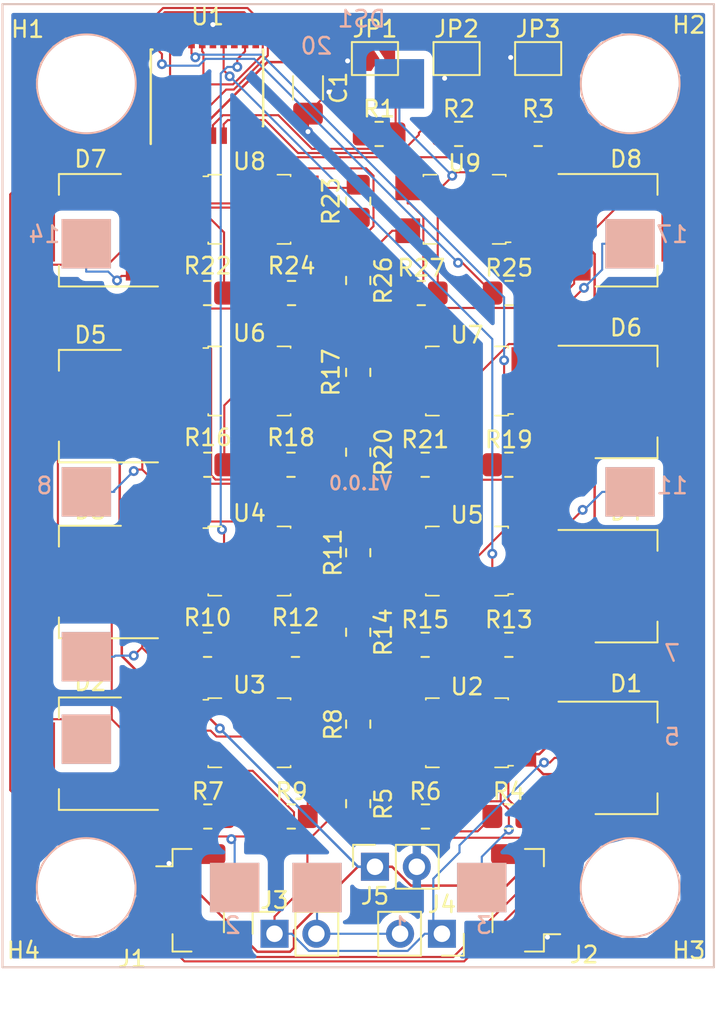
<source format=kicad_pcb>
(kicad_pcb (version 20171130) (host pcbnew 5.1.10-88a1d61d58~90~ubuntu20.04.1)
  (title_block (title "Alien Font Display Driver Board") (date 2021-12-07) (rev V0.0.1) (comment 3 "MIT License"))
  (layers (0 Front signal) (31 Back signal) (34 B.Paste user) (35 F.Paste user) (36 B.SilkS user) (37 F.SilkS user) (38 B.Mask user) (39 F.Mask user) (44 Edge.Cuts user))
  (net 0 "")
  (net 1 /SegA)
  (net 2 "Net-(D1-Pad3)")
  (net 3 HV_AC)
  (net 4 /SegB)
  (net 5 "Net-(D2-Pad3)")
  (net 6 /SegC)
  (net 7 "Net-(D3-Pad3)")
  (net 8 /SegD)
  (net 9 "Net-(D4-Pad3)")
  (net 10 /SegE)
  (net 11 "Net-(D5-Pad3)")
  (net 12 /SegF)
  (net 13 "Net-(D6-Pad3)")
  (net 14 /SegG)
  (net 15 "Net-(D7-Pad3)")
  (net 16 /SegH)
  (net 17 "Net-(D8-Pad3)")
  (net 18 GND1)
  (net 19 GND)
  (net 20 /EnbSegH)
  (net 21 /EnbSegG)
  (net 22 /EnbSegF)
  (net 23 /EnbSegE)
  (net 24 /EnbSegD)
  (net 25 /EnbSegC)
  (net 26 /EnbSegB)
  (net 27 /EnbSegA)
  (net 28 "Net-(R4-Pad1)")
  (net 29 "Net-(R5-Pad2)")
  (net 30 "Net-(R7-Pad1)")
  (net 31 "Net-(R8-Pad2)")
  (net 32 "Net-(R10-Pad1)")
  (net 33 "Net-(R11-Pad2)")
  (net 34 "Net-(R13-Pad1)")
  (net 35 "Net-(R14-Pad2)")
  (net 36 "Net-(R16-Pad1)")
  (net 37 "Net-(R17-Pad2)")
  (net 38 "Net-(R19-Pad1)")
  (net 39 "Net-(R20-Pad2)")
  (net 40 "Net-(R22-Pad1)")
  (net 41 "Net-(R23-Pad2)")
  (net 42 /A0)
  (net 43 /A1)
  (net 44 /A2)
  (net 45 "Net-(R25-Pad1)")
  (net 46 "Net-(R26-Pad2)")
  (net 47 /SDA)
  (net 48 /SCL)
  (net 49 +5V)
  (module Connector_PinSocket_2.54mm:PinSocket_1x02_P2.54mm_Vertical (layer Front) (at 102.616 99.314 90)
    (fp_text reference J5 (at -1.778 0 180) (layer F.SilkS))
    (fp_text value Power)
    (pad 2 thru_hole oval (at 0 2.54 90) (size 1.7 1.7) (drill 1) (layers *.Cu *.Mask) (net 19 GND))
    (pad 1 thru_hole rect (at 0 0 90) (size 1.7 1.7) (drill 1) (layers *.Cu *.Mask) (net 49 +5V))
  )
  (module Connector_JST:JST_SH_BM04B-SRSS-TB_1x04-1MP_P1.00mm_Vertical (layer Front) (at 91.44 101.346 270)
    (fp_text reference J1 (at 3.556 3.556 180) (layer F.SilkS))
    (fp_text value Qwiic_Connector)
    (pad MP smd roundrect (at 2.8 -1.2 270) (size 1.2 1.8) (layers Front F.Paste F.Mask) (roundrect_rratio 0.208333))
    (pad MP smd roundrect (at -2.8 -1.2 270) (size 1.2 1.8) (layers Front F.Paste F.Mask) (roundrect_rratio 0.208333))
    (pad 4 smd roundrect (at 1.5 1.325 270) (size 0.6 1.55) (layers Front F.Paste F.Mask) (net 48 /SCL))
    (pad 3 smd roundrect (at 0.5 1.325 270) (size 0.6 1.55) (layers Front F.Paste F.Mask) (net 47 /SDA))
    (pad 2 smd roundrect (at -0.5 1.325 270) (size 0.6 1.55) (layers Front F.Paste F.Mask) (net 49 +5V))
    (pad 1 smd roundrect (at -1.5 1.325 270) (size 0.6 1.55) (layers Front F.Paste F.Mask) (net 19 GND))
  )
  (module Connector_JST:JST_SH_BM04B-SRSS-TB_1x04-1MP_P1.00mm_Vertical (layer Front) (at 111.76 101.346 90)
    (fp_text reference J2 (at -3.302 3.556 180) (layer F.SilkS))
    (fp_text value Qwiic_Connector)
    (pad MP smd roundrect (at 2.8 -1.2 90) (size 1.2 1.8) (layers Front F.Paste F.Mask) (roundrect_rratio 0.208333))
    (pad MP smd roundrect (at -2.8 -1.2 90) (size 1.2 1.8) (layers Front F.Paste F.Mask) (roundrect_rratio 0.208333))
    (pad 4 smd roundrect (at 1.5 1.325 90) (size 0.6 1.55) (layers Front F.Paste F.Mask) (net 48 /SCL))
    (pad 3 smd roundrect (at 0.5 1.325 90) (size 0.6 1.55) (layers Front F.Paste F.Mask) (net 47 /SDA))
    (pad 2 smd roundrect (at -0.5 1.325 90) (size 0.6 1.55) (layers Front F.Paste F.Mask) (net 49 +5V))
    (pad 1 smd roundrect (at -1.5 1.325 90) (size 0.6 1.55) (layers Front F.Paste F.Mask) (net 19 GND))
  )
  (module Package_SO:SSOP-20_4.4x6.5mm_P0.65mm (layer Front) (at 92.456 52.07 90)
    (fp_text reference U1 (at 4.318 0 180) (layer F.SilkS))
    (fp_text value PCF8574TS)
    (pad 20 smd rect (at 2.9 -2.925 90) (size 1 0.4) (layers Front F.Paste F.Mask) (net 20 /EnbSegH))
    (pad 19 smd rect (at 2.9 -2.275 90) (size 1 0.4) (layers Front F.Paste F.Mask) (net 21 /EnbSegG))
    (pad 18 smd rect (at 2.9 -1.625 90) (size 1 0.4) (layers Front F.Paste F.Mask))
    (pad 17 smd rect (at 2.9 -0.975 90) (size 1 0.4) (layers Front F.Paste F.Mask) (net 22 /EnbSegF))
    (pad 16 smd rect (at 2.9 -0.325 90) (size 1 0.4) (layers Front F.Paste F.Mask) (net 23 /EnbSegE))
    (pad 15 smd rect (at 2.9 0.325 90) (size 1 0.4) (layers Front F.Paste F.Mask) (net 19 GND))
    (pad 14 smd rect (at 2.9 0.975 90) (size 1 0.4) (layers Front F.Paste F.Mask) (net 24 /EnbSegD))
    (pad 13 smd rect (at 2.9 1.625 90) (size 1 0.4) (layers Front F.Paste F.Mask))
    (pad 12 smd rect (at 2.9 2.275 90) (size 1 0.4) (layers Front F.Paste F.Mask) (net 25 /EnbSegC))
    (pad 11 smd rect (at 2.9 2.925 90) (size 1 0.4) (layers Front F.Paste F.Mask) (net 26 /EnbSegB))
    (pad 10 smd rect (at -2.9 2.925 90) (size 1 0.4) (layers Front F.Paste F.Mask) (net 27 /EnbSegA))
    (pad 9 smd rect (at -2.9 2.275 90) (size 1 0.4) (layers Front F.Paste F.Mask) (net 44 /A2))
    (pad 8 smd rect (at -2.9 1.625 90) (size 1 0.4) (layers Front F.Paste F.Mask))
    (pad 7 smd rect (at -2.9 0.975 90) (size 1 0.4) (layers Front F.Paste F.Mask) (net 43 /A1))
    (pad 6 smd rect (at -2.9 0.325 90) (size 1 0.4) (layers Front F.Paste F.Mask) (net 42 /A0))
    (pad 5 smd rect (at -2.9 -0.325 90) (size 1 0.4) (layers Front F.Paste F.Mask) (net 49 +5V))
    (pad 4 smd rect (at -2.9 -0.975 90) (size 1 0.4) (layers Front F.Paste F.Mask) (net 47 /SDA))
    (pad 3 smd rect (at -2.9 -1.625 90) (size 1 0.4) (layers Front F.Paste F.Mask))
    (pad 2 smd rect (at -2.9 -2.275 90) (size 1 0.4) (layers Front F.Paste F.Mask) (net 48 /SCL))
    (pad 1 smd rect (at -2.9 -2.925 90) (size 1 0.4) (layers Front F.Paste F.Mask))
  )
  (module Jumper:SolderJumper-2_P1.3mm_Open_TrianglePad1.0x1.5mm (layer Front) (at 112.522 50.292)
    (fp_text reference JP3 (at 0 -1.8) (layer F.SilkS))
    (fp_text value ADDR2)
    (pad 1 smd custom (at -0.725 0) (size 0.3 0.3) (layers Front F.Mask) (net 19 GND) (options (clearance outline) (anchor rect)) (primitives (gr_poly (pts (xy -0.5 -0.75) (xy 0.5 -0.75) (xy 1 0) (xy 0.5 0.75) (xy -0.5 0.75)) (width 0))))
    (pad 2 smd custom (at 0.725 0) (size 0.3 0.3) (layers Front F.Mask) (net 44 /A2) (options (clearance outline) (anchor rect)) (primitives (gr_poly (pts (xy -0.65 -0.75) (xy 0.5 -0.75) (xy 0.5 0.75) (xy -0.65 0.75) (xy -0.15 0)) (width 0))))
  )
  (module Jumper:SolderJumper-2_P1.3mm_Open_TrianglePad1.0x1.5mm (layer Front) (at 107.569 50.292)
    (fp_text reference JP2 (at 0 -1.8) (layer F.SilkS))
    (fp_text value ADDR1)
    (pad 1 smd custom (at -0.725 0) (size 0.3 0.3) (layers Front F.Mask) (net 19 GND) (options (clearance outline) (anchor rect)) (primitives (gr_poly (pts (xy -0.5 -0.75) (xy 0.5 -0.75) (xy 1 0) (xy 0.5 0.75) (xy -0.5 0.75)) (width 0))))
    (pad 2 smd custom (at 0.725 0) (size 0.3 0.3) (layers Front F.Mask) (net 43 /A1) (options (clearance outline) (anchor rect)) (primitives (gr_poly (pts (xy -0.65 -0.75) (xy 0.5 -0.75) (xy 0.5 0.75) (xy -0.65 0.75) (xy -0.15 0)) (width 0))))
  )
  (module Jumper:SolderJumper-2_P1.3mm_Open_TrianglePad1.0x1.5mm (layer Front) (at 102.616 50.292)
    (fp_text reference JP1 (at 0 -1.8) (layer F.SilkS))
    (fp_text value ADDR0)
    (pad 1 smd custom (at -0.725 0) (size 0.3 0.3) (layers Front F.Mask) (net 19 GND) (options (clearance outline) (anchor rect)) (primitives (gr_poly (pts (xy -0.5 -0.75) (xy 0.5 -0.75) (xy 1 0) (xy 0.5 0.75) (xy -0.5 0.75)) (width 0))))
    (pad 2 smd custom (at 0.725 0) (size 0.3 0.3) (layers Front F.Mask) (net 42 /A0) (options (clearance outline) (anchor rect)) (primitives (gr_poly (pts (xy -0.65 -0.75) (xy 0.5 -0.75) (xy 0.5 0.75) (xy -0.65 0.75) (xy -0.15 0)) (width 0))))
  )
  (module Resistor_SMD:R_0805_2012Metric_Pad1.20x1.40mm_HandSolder (layer Front) (at 112.522 54.864)
    (fp_text reference R3 (at 0 -1.524) (layer F.SilkS))
    (fp_text value "10K Ohm")
    (pad 2 smd roundrect (at 1 0) (size 1.2 1.4) (layers Front F.Paste F.Mask) (roundrect_rratio 0.208333) (net 44 /A2))
    (pad 1 smd roundrect (at -1 0) (size 1.2 1.4) (layers Front F.Paste F.Mask) (roundrect_rratio 0.208333) (net 49 +5V))
  )
  (module Resistor_SMD:R_0805_2012Metric_Pad1.20x1.40mm_HandSolder (layer Front) (at 107.696 54.864)
    (fp_text reference R2 (at 0.016 -1.524 180) (layer F.SilkS))
    (fp_text value "10K Ohm")
    (pad 2 smd roundrect (at 1 0) (size 1.2 1.4) (layers Front F.Paste F.Mask) (roundrect_rratio 0.208333) (net 43 /A1))
    (pad 1 smd roundrect (at -1 0) (size 1.2 1.4) (layers Front F.Paste F.Mask) (roundrect_rratio 0.208333) (net 49 +5V))
  )
  (module Resistor_SMD:R_0805_2012Metric_Pad1.20x1.40mm_HandSolder (layer Front) (at 102.87 54.864)
    (fp_text reference R1 (at 0 -1.524) (layer F.SilkS))
    (fp_text value "10K Ohm")
    (pad 2 smd roundrect (at 1 0) (size 1.2 1.4) (layers Front F.Paste F.Mask) (roundrect_rratio 0.208333) (net 42 /A0))
    (pad 1 smd roundrect (at -1 0) (size 1.2 1.4) (layers Front F.Paste F.Mask) (roundrect_rratio 0.208333) (net 49 +5V))
  )
  (module jdn_library:C63.396.208-02_SMD (layer Back) (at 101.6 76.2 180)
    (fp_text reference DS1 (at -0.207 28.312) (layer B.SilkS) (effects (justify mirror)))
    (fp_text value IEL-O-VI_C63.396.208-02_SMD)
    (fp_text user 8 (at 19.05 0) (layer B.SilkS) (effects (justify mirror)))
    (fp_text user 14 (at 19.05 15.24) (layer B.SilkS) (effects (justify mirror)))
    (fp_text user 20 (at 2.54 26.67) (layer B.SilkS) (effects (justify mirror)))
    (fp_text user 17 (at -19.05 15.24) (layer B.SilkS) (effects (justify mirror)))
    (fp_text user 11 (at -19.05 0) (layer B.SilkS) (effects (justify mirror)))
    (fp_text user 7 (at -19.05 -10.16) (layer B.SilkS) (effects (justify mirror)))
    (fp_text user 5 (at -19.05 -15.24) (layer B.SilkS) (effects (justify mirror)))
    (fp_text user 3 (at -7.62 -26.67) (layer B.SilkS) (effects (justify mirror)))
    (fp_text user 2 (at 7.62 -26.67) (layer B.SilkS) (effects (justify mirror)))
    (fp_text user 1 (at -2.54 -26.67) (layer B.SilkS) (effects (justify mirror)))
    (pad 8 smd rect (at -16.5 -0.375 180) (size 3 3) (layers Back B.Paste B.SilkS B.Mask) (net 8 /SegD))
    (pad 14 smd rect (at -16.5 14.675 180) (size 3 3) (layers Back B.Paste B.SilkS B.Mask) (net 12 /SegF))
    (pad 20 smd rect (at -2.5 24.375 180) (size 3 3) (layers Back B.Paste B.Mask) (net 16 /SegH))
    (pad 17 smd rect (at 16.51 14.675 180) (size 3 3) (layers Back B.Paste B.SilkS B.Mask) (net 14 /SegG))
    (pad 11 smd rect (at 16.5 -0.375 180) (size 3 3) (layers Back B.Paste B.SilkS B.Mask) (net 10 /SegE))
    (pad 7 smd rect (at 16.5 -10.375 180) (size 3 3) (layers Back B.Paste B.SilkS B.Mask) (net 6 /SegC))
    (pad 5 smd rect (at 16.5 -15.375 180) (size 3 3) (layers Back B.Paste B.SilkS B.Mask))
    (pad 1 smd rect (at 2.5 -24.375 180) (size 3 3) (layers Back B.Paste B.SilkS B.Mask) (net 18 GND1))
    (pad 2 smd rect (at -7.5 -24.375 180) (size 3 3) (layers Back B.Paste B.SilkS B.Mask) (net 1 /SegA))
    (pad 3 smd rect (at 7.5 -24.375 180) (size 3 3) (layers Back B.Paste B.SilkS B.Mask) (net 4 /SegB))
  )
  (module Capacitor_SMD:C_1206_3216Metric_Pad1.33x1.80mm_HandSolder (layer Front) (at 98.552 52.07 270)
    (fp_text reference C1 (at 0 -1.85 90) (layer F.SilkS))
    (fp_text value "0.1 uFd")
    (pad 1 smd roundrect (at -1.5625 0 270) (size 1.325 1.8) (layers Front F.Paste F.Mask) (roundrect_rratio 0.188679) (net 49 +5V))
    (pad 2 smd roundrect (at 1.5625 0 270) (size 1.325 1.8) (layers Front F.Paste F.Mask) (roundrect_rratio 0.188679) (net 19 GND))
  )
  (module MountingHole:MountingHole_4.3mm_M4_ISO14580 (layer Front) (at 85.01 51.986)
    (fp_text reference H1 (at -3.476 -3.472) (layer F.SilkS))
    (fp_text value MountingHole)
    (pad 1 np_thru_hole circle (at 0 0) (size 4.3 4.3) (drill 4.3) (layers *.Cu *.Mask))
  )
  (module MountingHole:MountingHole_4.3mm_M4_ISO14580 (layer Front) (at 118.19 51.986)
    (fp_text reference H2 (at 3.476 -3.726) (layer F.SilkS))
    (fp_text value MountingHole)
    (pad 1 np_thru_hole circle (at 0 0) (size 4.3 4.3) (drill 4.3) (layers *.Cu *.Mask))
  )
  (module MountingHole:MountingHole_4.3mm_M4_ISO14580 (layer Front) (at 118.19 100.41)
    (fp_text reference H3 (at 3.476 3.984) (layer F.SilkS))
    (fp_text value MountingHole)
    (pad 1 np_thru_hole circle (at 0 0) (size 4.3 4.3) (drill 4.3) (layers *.Cu *.Mask))
  )
  (module MountingHole:MountingHole_4.3mm_M4_ISO14580 (layer Front) (at 85.006 100.408)
    (fp_text reference H4 (at -3.726 3.986) (layer F.SilkS))
    (fp_text value MountingHole)
    (pad 1 np_thru_hole circle (at 0 0) (size 4.3 4.3) (drill 4.3) (layers *.Cu *.Mask))
  )
  (module Connector_PinSocket_2.54mm:PinSocket_1x02_P2.54mm_Vertical (layer Front) (at 96.52 103.378 90)
    (fp_text reference J3 (at 2.032 0 180) (layer F.SilkS))
    (fp_text value HighVoltageAC)
    (pad 2 thru_hole oval (at 0 2.54 90) (size 1.7 1.7) (drill 1) (layers *.Cu *.Mask) (net 18 GND1))
    (pad 1 thru_hole rect (at 0 0 90) (size 1.7 1.7) (drill 1) (layers *.Cu *.Mask) (net 3 HV_AC))
  )
  (module Connector_PinSocket_2.54mm:PinSocket_1x02_P2.54mm_Vertical (layer Front) (at 106.68 103.378 270)
    (fp_text reference J4 (at -1.778 0 180) (layer F.SilkS))
    (fp_text value HighVoltageAC)
    (pad 1 thru_hole rect (at 0 0 270) (size 1.7 1.7) (drill 1) (layers *.Cu *.Mask) (net 3 HV_AC))
    (pad 2 thru_hole oval (at 0 2.54 270) (size 1.7 1.7) (drill 1) (layers *.Cu *.Mask) (net 18 GND1))
  )
  (module Package_TO_SOT_SMD:SOT-223 (layer Front) (at 117.856 92.71)
    (fp_text reference D1 (at 0 -4.5) (layer F.SilkS))
    (fp_text value Z0103MN)
    (pad 1 smd rect (at -3.15 -2.3) (size 2 1.5) (layers Front F.Paste F.Mask) (net 1 /SegA))
    (pad 3 smd rect (at -3.15 2.3) (size 2 1.5) (layers Front F.Paste F.Mask) (net 2 "Net-(D1-Pad3)"))
    (pad 2 smd rect (at -3.15 0) (size 2 1.5) (layers Front F.Paste F.Mask) (net 3 HV_AC))
    (pad 4 smd rect (at 3.15 0) (size 2 3.8) (layers Front F.Paste F.Mask) (net 3 HV_AC))
  )
  (module Package_TO_SOT_SMD:SOT-223 (layer Front) (at 85.344 92.456 180)
    (fp_text reference D2 (at 0 4.318) (layer F.SilkS))
    (fp_text value Z0103MN)
    (pad 4 smd rect (at 3.15 0 180) (size 2 3.8) (layers Front F.Paste F.Mask) (net 3 HV_AC))
    (pad 2 smd rect (at -3.15 0 180) (size 2 1.5) (layers Front F.Paste F.Mask) (net 3 HV_AC))
    (pad 3 smd rect (at -3.15 2.3 180) (size 2 1.5) (layers Front F.Paste F.Mask) (net 5 "Net-(D2-Pad3)"))
    (pad 1 smd rect (at -3.15 -2.3 180) (size 2 1.5) (layers Front F.Paste F.Mask) (net 4 /SegB))
  )
  (module Package_TO_SOT_SMD:SOT-223 (layer Front) (at 85.344 82.042 180)
    (fp_text reference D3 (at 0 4.318) (layer F.SilkS))
    (fp_text value Z0103MN)
    (pad 1 smd rect (at -3.15 -2.3 180) (size 2 1.5) (layers Front F.Paste F.Mask) (net 6 /SegC))
    (pad 3 smd rect (at -3.15 2.3 180) (size 2 1.5) (layers Front F.Paste F.Mask) (net 7 "Net-(D3-Pad3)"))
    (pad 2 smd rect (at -3.15 0 180) (size 2 1.5) (layers Front F.Paste F.Mask) (net 3 HV_AC))
    (pad 4 smd rect (at 3.15 0 180) (size 2 3.8) (layers Front F.Paste F.Mask) (net 3 HV_AC))
  )
  (module Package_TO_SOT_SMD:SOT-223 (layer Front) (at 117.856 82.296)
    (fp_text reference D4 (at 0 -4.5) (layer F.SilkS))
    (fp_text value Z0103MN)
    (pad 4 smd rect (at 3.15 0) (size 2 3.8) (layers Front F.Paste F.Mask) (net 3 HV_AC))
    (pad 2 smd rect (at -3.15 0) (size 2 1.5) (layers Front F.Paste F.Mask) (net 3 HV_AC))
    (pad 3 smd rect (at -3.15 2.3) (size 2 1.5) (layers Front F.Paste F.Mask) (net 9 "Net-(D4-Pad3)"))
    (pad 1 smd rect (at -3.15 -2.3) (size 2 1.5) (layers Front F.Paste F.Mask) (net 8 /SegD))
  )
  (module Package_TO_SOT_SMD:SOT-223 (layer Front) (at 85.344 71.374 180)
    (fp_text reference D5 (at 0 4.318) (layer F.SilkS))
    (fp_text value Z0103MN)
    (pad 4 smd rect (at 3.15 0 180) (size 2 3.8) (layers Front F.Paste F.Mask) (net 3 HV_AC))
    (pad 2 smd rect (at -3.15 0 180) (size 2 1.5) (layers Front F.Paste F.Mask) (net 3 HV_AC))
    (pad 3 smd rect (at -3.15 2.3 180) (size 2 1.5) (layers Front F.Paste F.Mask) (net 11 "Net-(D5-Pad3)"))
    (pad 1 smd rect (at -3.15 -2.3 180) (size 2 1.5) (layers Front F.Paste F.Mask) (net 10 /SegE))
  )
  (module Package_TO_SOT_SMD:SOT-223 (layer Front) (at 117.856 71.12)
    (fp_text reference D6 (at 0 -4.5) (layer F.SilkS))
    (fp_text value Z0103MN)
    (pad 1 smd rect (at -3.15 -2.3) (size 2 1.5) (layers Front F.Paste F.Mask) (net 12 /SegF))
    (pad 3 smd rect (at -3.15 2.3) (size 2 1.5) (layers Front F.Paste F.Mask) (net 13 "Net-(D6-Pad3)"))
    (pad 2 smd rect (at -3.15 0) (size 2 1.5) (layers Front F.Paste F.Mask) (net 3 HV_AC))
    (pad 4 smd rect (at 3.15 0) (size 2 3.8) (layers Front F.Paste F.Mask) (net 3 HV_AC))
  )
  (module Package_TO_SOT_SMD:SOT-223 (layer Front) (at 85.344 60.706 180)
    (fp_text reference D7 (at 0 4.318) (layer F.SilkS))
    (fp_text value Z0103MN)
    (pad 4 smd rect (at 3.15 0 180) (size 2 3.8) (layers Front F.Paste F.Mask) (net 3 HV_AC))
    (pad 2 smd rect (at -3.15 0 180) (size 2 1.5) (layers Front F.Paste F.Mask) (net 3 HV_AC))
    (pad 3 smd rect (at -3.15 2.3 180) (size 2 1.5) (layers Front F.Paste F.Mask) (net 15 "Net-(D7-Pad3)"))
    (pad 1 smd rect (at -3.15 -2.3 180) (size 2 1.5) (layers Front F.Paste F.Mask) (net 14 /SegG))
  )
  (module Package_TO_SOT_SMD:SOT-223 (layer Front) (at 117.856 60.706)
    (fp_text reference D8 (at 0 -4.318) (layer F.SilkS))
    (fp_text value Z0103MN)
    (pad 1 smd rect (at -3.15 -2.3) (size 2 1.5) (layers Front F.Paste F.Mask) (net 16 /SegH))
    (pad 3 smd rect (at -3.15 2.3) (size 2 1.5) (layers Front F.Paste F.Mask) (net 17 "Net-(D8-Pad3)"))
    (pad 2 smd rect (at -3.15 0) (size 2 1.5) (layers Front F.Paste F.Mask) (net 3 HV_AC))
    (pad 4 smd rect (at 3.15 0) (size 2 3.8) (layers Front F.Paste F.Mask) (net 3 HV_AC))
  )
  (module Resistor_SMD:R_0805_2012Metric_Pad1.20x1.40mm_HandSolder (layer Front) (at 110.744 96.266 180)
    (fp_text reference R4 (at 0 1.524) (layer F.SilkS))
    (fp_text value 390)
    (pad 2 smd roundrect (at 1 0 180) (size 1.2 1.4) (layers Front F.Paste F.Mask) (roundrect_rratio 0.208333) (net 27 /EnbSegA))
    (pad 1 smd roundrect (at -1 0 180) (size 1.2 1.4) (layers Front F.Paste F.Mask) (roundrect_rratio 0.208333) (net 28 "Net-(R4-Pad1)"))
  )
  (module Resistor_SMD:R_0805_2012Metric_Pad1.20x1.40mm_HandSolder (layer Front) (at 101.6 95.488 90)
    (fp_text reference R5 (at -0.016 1.524 270) (layer F.SilkS))
    (fp_text value 390)
    (pad 2 smd roundrect (at 1 0 90) (size 1.2 1.4) (layers Front F.Paste F.Mask) (roundrect_rratio 0.208333) (net 29 "Net-(R5-Pad2)"))
    (pad 1 smd roundrect (at -1 0 90) (size 1.2 1.4) (layers Front F.Paste F.Mask) (roundrect_rratio 0.208333) (net 3 HV_AC))
  )
  (module Resistor_SMD:R_0805_2012Metric_Pad1.20x1.40mm_HandSolder (layer Front) (at 105.68 96.266 180)
    (fp_text reference R6 (at 0 1.524) (layer F.SilkS))
    (fp_text value 390)
    (pad 1 smd roundrect (at -1 0 180) (size 1.2 1.4) (layers Front F.Paste F.Mask) (roundrect_rratio 0.208333) (net 1 /SegA))
    (pad 2 smd roundrect (at 1 0 180) (size 1.2 1.4) (layers Front F.Paste F.Mask) (roundrect_rratio 0.208333) (net 2 "Net-(D1-Pad3)"))
  )
  (module Resistor_SMD:R_0805_2012Metric_Pad1.20x1.40mm_HandSolder (layer Front) (at 92.472 96.266)
    (fp_text reference R7 (at 0 -1.524) (layer F.SilkS))
    (fp_text value 390)
    (pad 1 smd roundrect (at -1 0) (size 1.2 1.4) (layers Front F.Paste F.Mask) (roundrect_rratio 0.208333) (net 30 "Net-(R7-Pad1)"))
    (pad 2 smd roundrect (at 1 0) (size 1.2 1.4) (layers Front F.Paste F.Mask) (roundrect_rratio 0.208333) (net 26 /EnbSegB))
  )
  (module Resistor_SMD:R_0805_2012Metric_Pad1.20x1.40mm_HandSolder (layer Front) (at 101.6 90.662 90)
    (fp_text reference R8 (at -0.016 -1.524 270) (layer F.SilkS))
    (fp_text value 390)
    (pad 1 smd roundrect (at -1 0 90) (size 1.2 1.4) (layers Front F.Paste F.Mask) (roundrect_rratio 0.208333) (net 3 HV_AC))
    (pad 2 smd roundrect (at 1 0 90) (size 1.2 1.4) (layers Front F.Paste F.Mask) (roundrect_rratio 0.208333) (net 31 "Net-(R8-Pad2)"))
  )
  (module Resistor_SMD:R_0805_2012Metric_Pad1.20x1.40mm_HandSolder (layer Front) (at 97.536 96.266)
    (fp_text reference R9 (at 0.016 -1.524) (layer F.SilkS))
    (fp_text value 390)
    (pad 2 smd roundrect (at 1 0) (size 1.2 1.4) (layers Front F.Paste F.Mask) (roundrect_rratio 0.208333) (net 5 "Net-(D2-Pad3)"))
    (pad 1 smd roundrect (at -1 0) (size 1.2 1.4) (layers Front F.Paste F.Mask) (roundrect_rratio 0.208333) (net 4 /SegB))
  )
  (module Resistor_SMD:R_0805_2012Metric_Pad1.20x1.40mm_HandSolder (layer Front) (at 92.456 85.852)
    (fp_text reference R10 (at 0 -1.65) (layer F.SilkS))
    (fp_text value 390)
    (pad 2 smd roundrect (at 1 0) (size 1.2 1.4) (layers Front F.Paste F.Mask) (roundrect_rratio 0.208333) (net 25 /EnbSegC))
    (pad 1 smd roundrect (at -1 0) (size 1.2 1.4) (layers Front F.Paste F.Mask) (roundrect_rratio 0.208333) (net 32 "Net-(R10-Pad1)"))
  )
  (module Resistor_SMD:R_0805_2012Metric_Pad1.20x1.40mm_HandSolder (layer Front) (at 101.6 80.264 90)
    (fp_text reference R11 (at 0 -1.524 270) (layer F.SilkS))
    (fp_text value 390)
    (pad 1 smd roundrect (at -1 0 90) (size 1.2 1.4) (layers Front F.Paste F.Mask) (roundrect_rratio 0.208333) (net 3 HV_AC))
    (pad 2 smd roundrect (at 1 0 90) (size 1.2 1.4) (layers Front F.Paste F.Mask) (roundrect_rratio 0.208333) (net 33 "Net-(R11-Pad2)"))
  )
  (module Resistor_SMD:R_0805_2012Metric_Pad1.20x1.40mm_HandSolder (layer Front) (at 97.79 85.852)
    (fp_text reference R12 (at 0 -1.65) (layer F.SilkS))
    (fp_text value 390)
    (pad 1 smd roundrect (at -1 0) (size 1.2 1.4) (layers Front F.Paste F.Mask) (roundrect_rratio 0.208333) (net 6 /SegC))
    (pad 2 smd roundrect (at 1 0) (size 1.2 1.4) (layers Front F.Paste F.Mask) (roundrect_rratio 0.208333) (net 7 "Net-(D3-Pad3)"))
  )
  (module Resistor_SMD:R_0805_2012Metric_Pad1.20x1.40mm_HandSolder (layer Front) (at 110.744 85.852 180)
    (fp_text reference R13 (at 0 1.524) (layer F.SilkS))
    (fp_text value 390)
    (pad 1 smd roundrect (at -1 0 180) (size 1.2 1.4) (layers Front F.Paste F.Mask) (roundrect_rratio 0.208333) (net 34 "Net-(R13-Pad1)"))
    (pad 2 smd roundrect (at 1 0 180) (size 1.2 1.4) (layers Front F.Paste F.Mask) (roundrect_rratio 0.208333) (net 24 /EnbSegD))
  )
  (module Resistor_SMD:R_0805_2012Metric_Pad1.20x1.40mm_HandSolder (layer Front) (at 101.6 85.09 90)
    (fp_text reference R14 (at 0 1.524 270) (layer F.SilkS))
    (fp_text value 390)
    (pad 1 smd roundrect (at -1 0 90) (size 1.2 1.4) (layers Front F.Paste F.Mask) (roundrect_rratio 0.208333) (net 3 HV_AC))
    (pad 2 smd roundrect (at 1 0 90) (size 1.2 1.4) (layers Front F.Paste F.Mask) (roundrect_rratio 0.208333) (net 35 "Net-(R14-Pad2)"))
  )
  (module Resistor_SMD:R_0805_2012Metric_Pad1.20x1.40mm_HandSolder (layer Front) (at 105.664 85.852 180)
    (fp_text reference R15 (at 0 1.524) (layer F.SilkS))
    (fp_text value 390)
    (pad 2 smd roundrect (at 1 0 180) (size 1.2 1.4) (layers Front F.Paste F.Mask) (roundrect_rratio 0.208333) (net 9 "Net-(D4-Pad3)"))
    (pad 1 smd roundrect (at -1 0 180) (size 1.2 1.4) (layers Front F.Paste F.Mask) (roundrect_rratio 0.208333) (net 8 /SegD))
  )
  (module Resistor_SMD:R_0805_2012Metric_Pad1.20x1.40mm_HandSolder (layer Front) (at 92.472 74.93)
    (fp_text reference R16 (at 0 -1.65) (layer F.SilkS))
    (fp_text value 390)
    (pad 2 smd roundrect (at 1 0) (size 1.2 1.4) (layers Front F.Paste F.Mask) (roundrect_rratio 0.208333) (net 23 /EnbSegE))
    (pad 1 smd roundrect (at -1 0) (size 1.2 1.4) (layers Front F.Paste F.Mask) (roundrect_rratio 0.208333) (net 36 "Net-(R16-Pad1)"))
  )
  (module Resistor_SMD:R_0805_2012Metric_Pad1.20x1.40mm_HandSolder (layer Front) (at 101.6 69.326 90)
    (fp_text reference R17 (at 0 -1.65 90) (layer F.SilkS))
    (fp_text value 390)
    (pad 2 smd roundrect (at 1 0 90) (size 1.2 1.4) (layers Front F.Paste F.Mask) (roundrect_rratio 0.208333) (net 37 "Net-(R17-Pad2)"))
    (pad 1 smd roundrect (at -1 0 90) (size 1.2 1.4) (layers Front F.Paste F.Mask) (roundrect_rratio 0.208333) (net 3 HV_AC))
  )
  (module Resistor_SMD:R_0805_2012Metric_Pad1.20x1.40mm_HandSolder (layer Front) (at 97.52 74.93)
    (fp_text reference R18 (at 0 -1.65) (layer F.SilkS))
    (fp_text value 390)
    (pad 1 smd roundrect (at -1 0) (size 1.2 1.4) (layers Front F.Paste F.Mask) (roundrect_rratio 0.208333) (net 10 /SegE))
    (pad 2 smd roundrect (at 1 0) (size 1.2 1.4) (layers Front F.Paste F.Mask) (roundrect_rratio 0.208333) (net 11 "Net-(D5-Pad3)"))
  )
  (module Resistor_SMD:R_0805_2012Metric_Pad1.20x1.40mm_HandSolder (layer Front) (at 110.744 74.93 180)
    (fp_text reference R19 (at 0 1.524) (layer F.SilkS))
    (fp_text value 390)
    (pad 1 smd roundrect (at -1 0 180) (size 1.2 1.4) (layers Front F.Paste F.Mask) (roundrect_rratio 0.208333) (net 38 "Net-(R19-Pad1)"))
    (pad 2 smd roundrect (at 1 0 180) (size 1.2 1.4) (layers Front F.Paste F.Mask) (roundrect_rratio 0.208333) (net 22 /EnbSegF))
  )
  (module Resistor_SMD:R_0805_2012Metric_Pad1.20x1.40mm_HandSolder (layer Front) (at 101.6 74.168 90)
    (fp_text reference R20 (at 0 1.524 90) (layer F.SilkS))
    (fp_text value 390)
    (pad 1 smd roundrect (at -1 0 90) (size 1.2 1.4) (layers Front F.Paste F.Mask) (roundrect_rratio 0.208333) (net 3 HV_AC))
    (pad 2 smd roundrect (at 1 0 90) (size 1.2 1.4) (layers Front F.Paste F.Mask) (roundrect_rratio 0.208333) (net 39 "Net-(R20-Pad2)"))
  )
  (module Resistor_SMD:R_0805_2012Metric_Pad1.20x1.40mm_HandSolder (layer Front) (at 105.664 74.93 180)
    (fp_text reference R21 (at 0 1.524) (layer F.SilkS))
    (fp_text value 390)
    (pad 2 smd roundrect (at 1 0 180) (size 1.2 1.4) (layers Front F.Paste F.Mask) (roundrect_rratio 0.208333) (net 13 "Net-(D6-Pad3)"))
    (pad 1 smd roundrect (at -1 0 180) (size 1.2 1.4) (layers Front F.Paste F.Mask) (roundrect_rratio 0.208333) (net 12 /SegF))
  )
  (module Resistor_SMD:R_0805_2012Metric_Pad1.20x1.40mm_HandSolder (layer Front) (at 92.456 64.516)
    (fp_text reference R22 (at 0 -1.65) (layer F.SilkS))
    (fp_text value 390)
    (pad 1 smd roundrect (at -1 0) (size 1.2 1.4) (layers Front F.Paste F.Mask) (roundrect_rratio 0.208333) (net 40 "Net-(R22-Pad1)"))
    (pad 2 smd roundrect (at 1 0) (size 1.2 1.4) (layers Front F.Paste F.Mask) (roundrect_rratio 0.208333) (net 21 /EnbSegG))
  )
  (module Resistor_SMD:R_0805_2012Metric_Pad1.20x1.40mm_HandSolder (layer Front) (at 101.6 58.944 90)
    (fp_text reference R23 (at 0 -1.65 90) (layer F.SilkS))
    (fp_text value 390)
    (pad 2 smd roundrect (at 1 0 90) (size 1.2 1.4) (layers Front F.Paste F.Mask) (roundrect_rratio 0.208333) (net 41 "Net-(R23-Pad2)"))
    (pad 1 smd roundrect (at -1 0 90) (size 1.2 1.4) (layers Front F.Paste F.Mask) (roundrect_rratio 0.208333) (net 3 HV_AC))
  )
  (module Resistor_SMD:R_0805_2012Metric_Pad1.20x1.40mm_HandSolder (layer Front) (at 97.552 64.516)
    (fp_text reference R24 (at 0 -1.65) (layer F.SilkS))
    (fp_text value 390)
    (pad 2 smd roundrect (at 1 0) (size 1.2 1.4) (layers Front F.Paste F.Mask) (roundrect_rratio 0.208333) (net 15 "Net-(D7-Pad3)"))
    (pad 1 smd roundrect (at -1 0) (size 1.2 1.4) (layers Front F.Paste F.Mask) (roundrect_rratio 0.208333) (net 14 /SegG))
  )
  (module Resistor_SMD:R_0805_2012Metric_Pad1.20x1.40mm_HandSolder (layer Front) (at 110.76 64.516 180)
    (fp_text reference R25 (at 0 1.524) (layer F.SilkS))
    (fp_text value 390)
    (pad 2 smd roundrect (at 1 0 180) (size 1.2 1.4) (layers Front F.Paste F.Mask) (roundrect_rratio 0.208333) (net 20 /EnbSegH))
    (pad 1 smd roundrect (at -1 0 180) (size 1.2 1.4) (layers Front F.Paste F.Mask) (roundrect_rratio 0.208333) (net 45 "Net-(R25-Pad1)"))
  )
  (module Resistor_SMD:R_0805_2012Metric_Pad1.20x1.40mm_HandSolder (layer Front) (at 101.6 63.754 90)
    (fp_text reference R26 (at 0 1.524 90) (layer F.SilkS))
    (fp_text value 390)
    (pad 2 smd roundrect (at 1 0 90) (size 1.2 1.4) (layers Front F.Paste F.Mask) (roundrect_rratio 0.208333) (net 46 "Net-(R26-Pad2)"))
    (pad 1 smd roundrect (at -1 0 90) (size 1.2 1.4) (layers Front F.Paste F.Mask) (roundrect_rratio 0.208333) (net 3 HV_AC))
  )
  (module Resistor_SMD:R_0805_2012Metric_Pad1.20x1.40mm_HandSolder (layer Front) (at 105.426 64.516 180)
    (fp_text reference R27 (at 0 1.524) (layer F.SilkS))
    (fp_text value 390)
    (pad 1 smd roundrect (at -1 0 180) (size 1.2 1.4) (layers Front F.Paste F.Mask) (roundrect_rratio 0.208333) (net 16 /SegH))
    (pad 2 smd roundrect (at 1 0 180) (size 1.2 1.4) (layers Front F.Paste F.Mask) (roundrect_rratio 0.208333) (net 17 "Net-(D8-Pad3)"))
  )
  (module jdn_library:4-SMD_3.8x4.6mm (layer Front) (at 108.204 91.186 180)
    (fp_text reference U2 (at 0 2.794) (layer F.SilkS))
    (fp_text value QTM3063T1)
    (pad 4 smd rect (at 3.45 -1.3 180) (size 1.5 1.5) (layers Front F.Paste F.Mask) (net 29 "Net-(R5-Pad2)"))
    (pad 3 smd rect (at 3.45 1.3 180) (size 1.5 1.5) (layers Front F.Paste F.Mask) (net 2 "Net-(D1-Pad3)"))
    (pad 2 smd rect (at -3.45 1.3 180) (size 1.5 1.5) (layers Front F.Paste F.Mask) (net 28 "Net-(R4-Pad1)"))
    (pad 1 smd rect (at -3.45 -1.3 180) (size 1.5 1.5) (layers Front F.Paste F.Mask) (net 49 +5V))
  )
  (module jdn_library:4-SMD_3.8x4.6mm (layer Front) (at 94.996 91.186)
    (fp_text reference U3 (at 0 -2.9) (layer F.SilkS))
    (fp_text value QTM3063T1)
    (pad 4 smd rect (at 3.45 -1.3) (size 1.5 1.5) (layers Front F.Paste F.Mask) (net 31 "Net-(R8-Pad2)"))
    (pad 3 smd rect (at 3.45 1.3) (size 1.5 1.5) (layers Front F.Paste F.Mask) (net 5 "Net-(D2-Pad3)"))
    (pad 2 smd rect (at -3.45 1.3) (size 1.5 1.5) (layers Front F.Paste F.Mask) (net 30 "Net-(R7-Pad1)"))
    (pad 1 smd rect (at -3.45 -1.3) (size 1.5 1.5) (layers Front F.Paste F.Mask) (net 49 +5V))
  )
  (module jdn_library:4-SMD_3.8x4.6mm (layer Front) (at 94.996 80.772)
    (fp_text reference U4 (at 0 -2.9) (layer F.SilkS))
    (fp_text value QTM3063T1)
    (pad 1 smd rect (at -3.45 -1.3) (size 1.5 1.5) (layers Front F.Paste F.Mask) (net 49 +5V))
    (pad 2 smd rect (at -3.45 1.3) (size 1.5 1.5) (layers Front F.Paste F.Mask) (net 32 "Net-(R10-Pad1)"))
    (pad 3 smd rect (at 3.45 1.3) (size 1.5 1.5) (layers Front F.Paste F.Mask) (net 7 "Net-(D3-Pad3)"))
    (pad 4 smd rect (at 3.45 -1.3) (size 1.5 1.5) (layers Front F.Paste F.Mask) (net 33 "Net-(R11-Pad2)"))
  )
  (module jdn_library:4-SMD_3.8x4.6mm (layer Front) (at 108.204 80.772 180)
    (fp_text reference U5 (at 0 2.794) (layer F.SilkS))
    (fp_text value QTM3063T1)
    (pad 1 smd rect (at -3.45 -1.3 180) (size 1.5 1.5) (layers Front F.Paste F.Mask) (net 49 +5V))
    (pad 2 smd rect (at -3.45 1.3 180) (size 1.5 1.5) (layers Front F.Paste F.Mask) (net 34 "Net-(R13-Pad1)"))
    (pad 3 smd rect (at 3.45 1.3 180) (size 1.5 1.5) (layers Front F.Paste F.Mask) (net 9 "Net-(D4-Pad3)"))
    (pad 4 smd rect (at 3.45 -1.3 180) (size 1.5 1.5) (layers Front F.Paste F.Mask) (net 35 "Net-(R14-Pad2)"))
  )
  (module jdn_library:4-SMD_3.8x4.6mm (layer Front) (at 94.996 69.85)
    (fp_text reference U6 (at 0 -2.9) (layer F.SilkS))
    (fp_text value QTM3063T1)
    (pad 4 smd rect (at 3.45 -1.3) (size 1.5 1.5) (layers Front F.Paste F.Mask) (net 37 "Net-(R17-Pad2)"))
    (pad 3 smd rect (at 3.45 1.3) (size 1.5 1.5) (layers Front F.Paste F.Mask) (net 11 "Net-(D5-Pad3)"))
    (pad 2 smd rect (at -3.45 1.3) (size 1.5 1.5) (layers Front F.Paste F.Mask) (net 36 "Net-(R16-Pad1)"))
    (pad 1 smd rect (at -3.45 -1.3) (size 1.5 1.5) (layers Front F.Paste F.Mask) (net 49 +5V))
  )
  (module jdn_library:4-SMD_3.8x4.6mm (layer Front) (at 108.204 69.85 180)
    (fp_text reference U7 (at 0 2.794) (layer F.SilkS))
    (fp_text value QTM3063T1)
    (pad 1 smd rect (at -3.45 -1.3 180) (size 1.5 1.5) (layers Front F.Paste F.Mask) (net 49 +5V))
    (pad 2 smd rect (at -3.45 1.3 180) (size 1.5 1.5) (layers Front F.Paste F.Mask) (net 38 "Net-(R19-Pad1)"))
    (pad 3 smd rect (at 3.45 1.3 180) (size 1.5 1.5) (layers Front F.Paste F.Mask) (net 13 "Net-(D6-Pad3)"))
    (pad 4 smd rect (at 3.45 -1.3 180) (size 1.5 1.5) (layers Front F.Paste F.Mask) (net 39 "Net-(R20-Pad2)"))
  )
  (module jdn_library:4-SMD_3.8x4.6mm (layer Front) (at 94.996 59.436)
    (fp_text reference U8 (at 0 -2.9) (layer F.SilkS))
    (fp_text value QTM3063T1)
    (pad 1 smd rect (at -3.45 -1.3) (size 1.5 1.5) (layers Front F.Paste F.Mask) (net 49 +5V))
    (pad 2 smd rect (at -3.45 1.3) (size 1.5 1.5) (layers Front F.Paste F.Mask) (net 40 "Net-(R22-Pad1)"))
    (pad 3 smd rect (at 3.45 1.3) (size 1.5 1.5) (layers Front F.Paste F.Mask) (net 15 "Net-(D7-Pad3)"))
    (pad 4 smd rect (at 3.45 -1.3) (size 1.5 1.5) (layers Front F.Paste F.Mask) (net 41 "Net-(R23-Pad2)"))
  )
  (module jdn_library:4-SMD_3.8x4.6mm (layer Front) (at 108.056 59.436 180)
    (fp_text reference U9 (at 0 2.794) (layer F.SilkS))
    (fp_text value QTM3063T1)
    (pad 4 smd rect (at 3.45 -1.3 180) (size 1.5 1.5) (layers Front F.Paste F.Mask) (net 46 "Net-(R26-Pad2)"))
    (pad 3 smd rect (at 3.45 1.3 180) (size 1.5 1.5) (layers Front F.Paste F.Mask) (net 17 "Net-(D8-Pad3)"))
    (pad 2 smd rect (at -3.45 1.3 180) (size 1.5 1.5) (layers Front F.Paste F.Mask) (net 45 "Net-(R25-Pad1)"))
    (pad 1 smd rect (at -3.45 -1.3 180) (size 1.5 1.5) (layers Front F.Paste F.Mask) (net 49 +5V))
  )
  (gr_text V1.0.0 (at 101.727 76.0476) (layer B.SilkS) (effects (font (size 0.8128 0.8128) (thickness 0.1524)) (justify mirror)))
  (gr_line (start 123.19 46.99) (end 123.19 105.41) (layer Edge.Cuts) (width 0.05))
  (gr_line (start 80.01 105.41) (end 80.01 46.99) (layer Edge.Cuts) (width 0.05))
  (gr_line (start 123.19 105.41) (end 80.01 105.41) (layer Edge.Cuts) (width 0.05))
  (gr_line (start 80.01 46.99) (end 123.19 46.99) (layer Edge.Cuts) (width 0.05))
  (segment (start 110.2487 95.3429) (end 110.744 95.8382) (width 0.127) (layer Front) (net 1))
  (segment (start 110.744 95.8382) (end 110.744 97.0636) (width 0.127) (layer Front) (net 1))
  (segment (start 106.68 96.266) (end 107.6031 95.3429) (width 0.127) (layer Front) (net 1))
  (segment (start 107.6031 95.3429) (end 110.2487 95.3429) (width 0.127) (layer Front) (net 1))
  (segment (start 110.2487 95.3429) (end 110.2487 89.5108) (width 0.127) (layer Front) (net 1))
  (segment (start 110.2487 89.5108) (end 110.8144 88.9451) (width 0.127) (layer Front) (net 1))
  (segment (start 110.8144 88.9451) (end 114.1819 88.9451) (width 0.127) (layer Front) (net 1))
  (segment (start 114.1819 88.9451) (end 114.706 89.4692) (width 0.127) (layer Front) (net 1))
  (segment (start 110.744 97.0636) (end 109.1 98.7076) (width 0.127) (layer Back) (net 1))
  (segment (start 109.1 98.7076) (end 109.1 100.575) (width 0.127) (layer Back) (net 1))
  (segment (start 114.706 90.41) (end 114.706 89.4692) (width 0.127) (layer Front) (net 1))
  (via (at 110.744 97.0636) (size 0.6) (layers Front Back) (net 1))
  (segment (start 104.754 90.8268) (end 104.8716 90.8268) (width 0.127) (layer Front) (net 2))
  (segment (start 104.8716 90.8268) (end 105.6949 91.6501) (width 0.127) (layer Front) (net 2))
  (segment (start 105.6949 91.6501) (end 105.6949 94.5319) (width 0.127) (layer Front) (net 2))
  (segment (start 105.6949 94.5319) (end 104.68 95.5468) (width 0.127) (layer Front) (net 2))
  (segment (start 104.68 95.5468) (end 104.68 96.266) (width 0.127) (layer Front) (net 2))
  (segment (start 104.68 96.266) (end 105.9684 97.5544) (width 0.127) (layer Front) (net 2))
  (segment (start 105.9684 97.5544) (end 113.1024 97.5544) (width 0.127) (layer Front) (net 2))
  (segment (start 113.1024 97.5544) (end 114.706 95.9508) (width 0.127) (layer Front) (net 2))
  (segment (start 114.706 95.01) (end 114.706 95.9508) (width 0.127) (layer Front) (net 2))
  (segment (start 104.754 89.886) (end 104.754 90.8268) (width 0.127) (layer Front) (net 2))
  (segment (start 88.494 60.706) (end 88.494 61.6468) (width 0.127) (layer Front) (net 3))
  (segment (start 82.194 71.374) (end 82.194 62.7968) (width 0.127) (layer Front) (net 3))
  (segment (start 82.194 60.706) (end 82.194 62.7968) (width 0.127) (layer Front) (net 3))
  (segment (start 88.494 61.6468) (end 87.5532 61.6468) (width 0.127) (layer Front) (net 3))
  (segment (start 87.5532 61.6468) (end 86.4032 62.7968) (width 0.127) (layer Front) (net 3))
  (segment (start 86.4032 62.7968) (end 82.194 62.7968) (width 0.127) (layer Front) (net 3))
  (segment (start 83.3708 71.99) (end 82.81 71.99) (width 0.127) (layer Front) (net 3))
  (segment (start 82.81 71.99) (end 82.194 71.374) (width 0.127) (layer Front) (net 3))
  (segment (start 121.006 60.706) (end 121.006 58.6152) (width 0.127) (layer Front) (net 3))
  (segment (start 121.006 58.6152) (end 117.9876 58.6152) (width 0.127) (layer Front) (net 3))
  (segment (start 117.9876 58.6152) (end 115.8968 60.706) (width 0.127) (layer Front) (net 3))
  (segment (start 114.706 60.706) (end 115.8968 60.706) (width 0.127) (layer Front) (net 3))
  (segment (start 121.006 60.706) (end 121.006 69.0292) (width 0.127) (layer Front) (net 3))
  (segment (start 100.6939 95.5819) (end 101.6 96.488) (width 0.127) (layer Front) (net 3))
  (segment (start 101.6 91.662) (end 100.6939 92.5681) (width 0.127) (layer Front) (net 3))
  (segment (start 100.6939 92.5681) (end 100.6939 95.5819) (width 0.127) (layer Front) (net 3))
  (segment (start 98.5166 97.7085) (end 98.5673 97.7085) (width 0.127) (layer Front) (net 3))
  (segment (start 98.5673 97.7085) (end 100.6939 95.5819) (width 0.127) (layer Front) (net 3))
  (segment (start 98.5166 97.7085) (end 98.5166 100.3406) (width 0.127) (layer Front) (net 3))
  (segment (start 98.5166 100.3406) (end 96.52 102.3372) (width 0.127) (layer Front) (net 3))
  (segment (start 88.494 91.9856) (end 88.9345 91.5451) (width 0.127) (layer Front) (net 3))
  (segment (start 88.9345 91.5451) (end 92.5106 91.5451) (width 0.127) (layer Front) (net 3))
  (segment (start 92.5106 91.5451) (end 94.4604 93.4949) (width 0.127) (layer Front) (net 3))
  (segment (start 94.4604 93.4949) (end 95.1944 93.4949) (width 0.127) (layer Front) (net 3))
  (segment (start 95.1944 93.4949) (end 97.7002 96.0007) (width 0.127) (layer Front) (net 3))
  (segment (start 97.7002 96.0007) (end 97.7002 96.8921) (width 0.127) (layer Front) (net 3))
  (segment (start 97.7002 96.8921) (end 98.5166 97.7085) (width 0.127) (layer Front) (net 3))
  (segment (start 101.6 86.09) (end 102.5061 86.9961) (width 0.127) (layer Front) (net 3))
  (segment (start 102.5061 86.9961) (end 102.5061 90.7559) (width 0.127) (layer Front) (net 3))
  (segment (start 102.5061 90.7559) (end 101.6 91.662) (width 0.127) (layer Front) (net 3))
  (segment (start 86.6872 71.99) (end 87.3032 71.374) (width 0.127) (layer Front) (net 3))
  (segment (start 88.494 71.374) (end 87.3032 71.374) (width 0.127) (layer Front) (net 3))
  (segment (start 86.6384 82.042) (end 83.3708 78.7744) (width 0.127) (layer Front) (net 3))
  (segment (start 83.3708 78.7744) (end 82.194 79.9512) (width 0.127) (layer Front) (net 3))
  (segment (start 86.6384 82.042) (end 86.6384 90.3652) (width 0.127) (layer Front) (net 3))
  (segment (start 86.6384 82.042) (end 88.494 82.042) (width 0.127) (layer Front) (net 3))
  (segment (start 86.6384 90.3652) (end 82.194 90.3652) (width 0.127) (layer Front) (net 3))
  (segment (start 88.494 92.2208) (end 86.6384 90.3652) (width 0.127) (layer Front) (net 3))
  (segment (start 82.194 92.456) (end 82.194 90.3652) (width 0.127) (layer Front) (net 3))
  (segment (start 88.494 92.2208) (end 88.494 91.9856) (width 0.127) (layer Front) (net 3))
  (segment (start 88.494 92.456) (end 88.494 92.2208) (width 0.127) (layer Front) (net 3))
  (segment (start 101.6 81.264) (end 102.4931 80.3709) (width 0.127) (layer Front) (net 3))
  (segment (start 102.4931 80.3709) (end 102.4931 76.0611) (width 0.127) (layer Front) (net 3))
  (segment (start 102.4931 76.0611) (end 101.6 75.168) (width 0.127) (layer Front) (net 3))
  (segment (start 101.6 86.09) (end 100.6939 85.1839) (width 0.127) (layer Front) (net 3))
  (segment (start 100.6939 85.1839) (end 100.6939 82.1701) (width 0.127) (layer Front) (net 3))
  (segment (start 100.6939 82.1701) (end 101.6 81.264) (width 0.127) (layer Front) (net 3))
  (segment (start 101.6 70.326) (end 100.4396 71.4864) (width 0.127) (layer Front) (net 3))
  (segment (start 100.4396 71.4864) (end 100.4396 74.0076) (width 0.127) (layer Front) (net 3))
  (segment (start 100.4396 74.0076) (end 101.6 75.168) (width 0.127) (layer Front) (net 3))
  (segment (start 96.52 103.378) (end 96.52 102.3372) (width 0.127) (layer Front) (net 3))
  (segment (start 101.6 59.944) (end 100.4029 61.1411) (width 0.127) (layer Front) (net 3))
  (segment (start 100.4029 61.1411) (end 100.4029 63.5569) (width 0.127) (layer Front) (net 3))
  (segment (start 100.4029 63.5569) (end 101.6 64.754) (width 0.127) (layer Front) (net 3))
  (segment (start 101.6 64.754) (end 102.5033 65.6573) (width 0.127) (layer Front) (net 3))
  (segment (start 102.5033 65.6573) (end 102.5033 69.4227) (width 0.127) (layer Front) (net 3))
  (segment (start 102.5033 69.4227) (end 101.6 70.326) (width 0.127) (layer Front) (net 3))
  (segment (start 112.8823 92.9922) (end 112.7676 92.9922) (width 0.127) (layer Back) (net 3))
  (segment (start 112.7676 92.9922) (end 107.7482 98.0116) (width 0.127) (layer Back) (net 3))
  (segment (start 107.7482 98.0116) (end 107.7482 98.4464) (width 0.127) (layer Back) (net 3))
  (segment (start 107.7482 98.4464) (end 106.1596 100.035) (width 0.127) (layer Back) (net 3))
  (segment (start 106.1596 100.035) (end 106.1596 103.378) (width 0.127) (layer Back) (net 3))
  (segment (start 82.194 82.042) (end 82.194 79.9512) (width 0.127) (layer Front) (net 3))
  (segment (start 113.5152 92.71) (end 113.233 92.9922) (width 0.127) (layer Front) (net 3))
  (segment (start 113.233 92.9922) (end 112.8823 92.9922) (width 0.127) (layer Front) (net 3))
  (segment (start 114.706 92.71) (end 113.5152 92.71) (width 0.127) (layer Front) (net 3))
  (segment (start 106.1596 103.378) (end 105.6392 103.378) (width 0.127) (layer Back) (net 3))
  (segment (start 106.68 103.378) (end 106.1596 103.378) (width 0.127) (layer Back) (net 3))
  (segment (start 121.006 71.12) (end 121.006 69.0292) (width 0.127) (layer Front) (net 3))
  (segment (start 121.006 69.0292) (end 117.9876 69.0292) (width 0.127) (layer Front) (net 3))
  (segment (start 117.9876 69.0292) (end 115.8968 71.12) (width 0.127) (layer Front) (net 3))
  (segment (start 114.706 71.12) (end 115.8968 71.12) (width 0.127) (layer Front) (net 3))
  (segment (start 121.006 71.12) (end 121.006 80.2052) (width 0.127) (layer Front) (net 3))
  (segment (start 121.006 82.296) (end 121.006 80.2052) (width 0.127) (layer Front) (net 3))
  (segment (start 114.706 82.296) (end 117.7244 82.296) (width 0.127) (layer Front) (net 3))
  (segment (start 117.7244 82.296) (end 119.8152 80.2052) (width 0.127) (layer Front) (net 3))
  (segment (start 119.8152 80.2052) (end 121.006 80.2052) (width 0.127) (layer Front) (net 3))
  (segment (start 114.706 92.71) (end 117.7244 92.71) (width 0.127) (layer Front) (net 3))
  (segment (start 117.7244 92.71) (end 119.8152 90.6192) (width 0.127) (layer Front) (net 3))
  (segment (start 119.8152 90.6192) (end 121.006 90.6192) (width 0.127) (layer Front) (net 3))
  (segment (start 96.52 103.378) (end 97.5608 103.378) (width 0.127) (layer Back) (net 3))
  (segment (start 97.5608 103.378) (end 98.6016 104.4188) (width 0.127) (layer Back) (net 3))
  (segment (start 98.6016 104.4188) (end 104.5984 104.4188) (width 0.127) (layer Back) (net 3))
  (segment (start 104.5984 104.4188) (end 105.6392 103.378) (width 0.127) (layer Back) (net 3))
  (segment (start 121.006 82.296) (end 121.006 90.6192) (width 0.127) (layer Front) (net 3))
  (segment (start 121.006 92.71) (end 121.006 90.6192) (width 0.127) (layer Front) (net 3))
  (via (at 112.8823 92.9922) (size 0.6) (layers Front Back) (net 3))
  (segment (start 83.3708 71.99) (end 86.6872 71.99) (width 0.127) (layer Front) (net 3))
  (segment (start 83.3708 78.7744) (end 83.3708 71.99) (width 0.127) (layer Front) (net 3))
  (segment (start 93.8998 97.4773) (end 90.2745 97.4773) (width 0.127) (layer Front) (net 4))
  (segment (start 90.2745 97.4773) (end 88.494 95.6968) (width 0.127) (layer Front) (net 4))
  (segment (start 96.536 96.266) (end 95.3247 97.4773) (width 0.127) (layer Front) (net 4))
  (segment (start 95.3247 97.4773) (end 93.8998 97.4773) (width 0.127) (layer Front) (net 4))
  (segment (start 93.8998 97.4773) (end 93.8998 97.6389) (width 0.127) (layer Front) (net 4))
  (segment (start 93.8998 97.6389) (end 94.1 97.8391) (width 0.127) (layer Back) (net 4))
  (segment (start 94.1 97.8391) (end 94.1 100.575) (width 0.127) (layer Back) (net 4))
  (segment (start 88.494 94.756) (end 88.494 95.6968) (width 0.127) (layer Front) (net 4))
  (via (at 93.8998 97.6389) (size 0.6) (layers Front Back) (net 4))
  (segment (start 89.6848 90.156) (end 90.5876 91.0588) (width 0.127) (layer Front) (net 5))
  (segment (start 90.5876 91.0588) (end 92.64 91.0588) (width 0.127) (layer Front) (net 5))
  (segment (start 92.64 91.0588) (end 92.9971 91.4159) (width 0.127) (layer Front) (net 5))
  (segment (start 92.9971 91.4159) (end 96.9055 91.4159) (width 0.127) (layer Front) (net 5))
  (segment (start 96.9055 91.4159) (end 98.446 92.9564) (width 0.127) (layer Front) (net 5))
  (segment (start 88.494 90.156) (end 89.6848 90.156) (width 0.127) (layer Front) (net 5))
  (segment (start 98.446 92.9564) (end 98.446 93.4268) (width 0.127) (layer Front) (net 5))
  (segment (start 98.446 92.486) (end 98.446 92.9564) (width 0.127) (layer Front) (net 5))
  (segment (start 98.446 93.4268) (end 98.536 93.5168) (width 0.127) (layer Front) (net 5))
  (segment (start 98.536 93.5168) (end 98.536 96.266) (width 0.127) (layer Front) (net 5))
  (segment (start 85.1 86.575) (end 86.7908 86.575) (width 0.127) (layer Back) (net 6))
  (segment (start 88.494 86.0412) (end 88.4431 86.0412) (width 0.127) (layer Front) (net 6))
  (segment (start 88.4431 86.0412) (end 87.9763 86.508) (width 0.127) (layer Front) (net 6))
  (segment (start 96.79 85.852) (end 95.8424 86.7996) (width 0.127) (layer Front) (net 6))
  (segment (start 95.8424 86.7996) (end 89.2524 86.7996) (width 0.127) (layer Front) (net 6))
  (segment (start 89.2524 86.7996) (end 88.494 86.0412) (width 0.127) (layer Front) (net 6))
  (segment (start 88.494 86.0412) (end 88.494 84.342) (width 0.127) (layer Front) (net 6))
  (segment (start 87.9763 86.508) (end 86.8578 86.508) (width 0.127) (layer Back) (net 6))
  (segment (start 86.8578 86.508) (end 86.7908 86.575) (width 0.127) (layer Back) (net 6))
  (via (at 87.9763 86.508) (size 0.6) (layers Front Back) (net 6))
  (segment (start 98.446 82.5424) (end 94.2756 78.372) (width 0.127) (layer Front) (net 7))
  (segment (start 94.2756 78.372) (end 88.9232 78.372) (width 0.127) (layer Front) (net 7))
  (segment (start 88.9232 78.372) (end 88.494 78.8012) (width 0.127) (layer Front) (net 7))
  (segment (start 88.494 79.742) (end 88.494 78.8012) (width 0.127) (layer Front) (net 7))
  (segment (start 98.446 82.5424) (end 98.446 83.0128) (width 0.127) (layer Front) (net 7))
  (segment (start 98.446 82.072) (end 98.446 82.5424) (width 0.127) (layer Front) (net 7))
  (segment (start 98.446 83.0128) (end 98.79 83.3568) (width 0.127) (layer Front) (net 7))
  (segment (start 98.79 83.3568) (end 98.79 85.852) (width 0.127) (layer Front) (net 7))
  (segment (start 118.1 76.575) (end 116.4092 76.575) (width 0.127) (layer Back) (net 8))
  (segment (start 114.3581 78.5311) (end 115.2237 77.6655) (width 0.127) (layer Front) (net 8))
  (segment (start 106.664 85.852) (end 106.664 82.6889) (width 0.127) (layer Front) (net 8))
  (segment (start 106.664 82.6889) (end 110.8218 78.5311) (width 0.127) (layer Front) (net 8))
  (segment (start 110.8218 78.5311) (end 114.3581 78.5311) (width 0.127) (layer Front) (net 8))
  (segment (start 114.3581 78.5311) (end 114.3581 78.7073) (width 0.127) (layer Front) (net 8))
  (segment (start 114.3581 78.7073) (end 114.706 79.0552) (width 0.127) (layer Front) (net 8))
  (segment (start 115.2237 77.6655) (end 115.3187 77.6655) (width 0.127) (layer Back) (net 8))
  (segment (start 115.3187 77.6655) (end 116.4092 76.575) (width 0.127) (layer Back) (net 8))
  (segment (start 114.706 79.996) (end 114.706 79.0552) (width 0.127) (layer Front) (net 8))
  (via (at 115.2237 77.6655) (size 0.6) (layers Front Back) (net 8))
  (segment (start 105.5676 85.852) (end 105.5676 83.4362) (width 0.127) (layer Front) (net 9))
  (segment (start 105.5676 83.4362) (end 105.9571 83.0467) (width 0.127) (layer Front) (net 9))
  (segment (start 105.9571 83.0467) (end 105.9571 81.1369) (width 0.127) (layer Front) (net 9))
  (segment (start 105.9571 81.1369) (end 105.233 80.4128) (width 0.127) (layer Front) (net 9))
  (segment (start 105.233 80.4128) (end 104.754 80.4128) (width 0.127) (layer Front) (net 9))
  (segment (start 114.706 84.596) (end 114.706 85.5368) (width 0.127) (layer Front) (net 9))
  (segment (start 114.706 85.5368) (end 113.4973 86.7455) (width 0.127) (layer Front) (net 9))
  (segment (start 113.4973 86.7455) (end 106.1325 86.7455) (width 0.127) (layer Front) (net 9))
  (segment (start 106.1325 86.7455) (end 105.5676 86.1806) (width 0.127) (layer Front) (net 9))
  (segment (start 105.5676 86.1806) (end 105.5676 85.852) (width 0.127) (layer Front) (net 9))
  (segment (start 105.5676 85.852) (end 104.664 85.852) (width 0.127) (layer Front) (net 9))
  (segment (start 104.754 79.472) (end 104.754 80.4128) (width 0.127) (layer Front) (net 9))
  (segment (start 88.494 75.2216) (end 89.3551 76.0827) (width 0.127) (layer Front) (net 10))
  (segment (start 89.3551 76.0827) (end 95.3673 76.0827) (width 0.127) (layer Front) (net 10))
  (segment (start 95.3673 76.0827) (end 96.52 74.93) (width 0.127) (layer Front) (net 10))
  (segment (start 85.1 76.575) (end 86.7908 76.575) (width 0.127) (layer Back) (net 10))
  (segment (start 88.494 75.2216) (end 88.0668 75.2216) (width 0.127) (layer Front) (net 10))
  (segment (start 88.0668 75.2216) (end 87.9764 75.312) (width 0.127) (layer Front) (net 10))
  (segment (start 88.494 75.2216) (end 88.494 73.674) (width 0.127) (layer Front) (net 10))
  (segment (start 87.9764 75.312) (end 86.7908 76.4976) (width 0.127) (layer Back) (net 10))
  (segment (start 86.7908 76.4976) (end 86.7908 76.575) (width 0.127) (layer Back) (net 10))
  (via (at 87.9764 75.312) (size 0.6) (layers Front Back) (net 10))
  (segment (start 98.446 74.0177) (end 98.446 74.856) (width 0.127) (layer Front) (net 11))
  (segment (start 98.446 74.856) (end 98.52 74.93) (width 0.127) (layer Front) (net 11))
  (segment (start 98.446 71.15) (end 98.446 74.0177) (width 0.127) (layer Front) (net 11))
  (segment (start 98.446 74.0177) (end 96.0032 74.0177) (width 0.127) (layer Front) (net 11))
  (segment (start 96.0032 74.0177) (end 94.1925 75.8284) (width 0.127) (layer Front) (net 11))
  (segment (start 94.1925 75.8284) (end 92.9345 75.8284) (width 0.127) (layer Front) (net 11))
  (segment (start 92.9345 75.8284) (end 92.6716 75.5655) (width 0.127) (layer Front) (net 11))
  (segment (start 92.6716 75.5655) (end 92.6716 67.8884) (width 0.127) (layer Front) (net 11))
  (segment (start 92.6716 67.8884) (end 92.3843 67.6011) (width 0.127) (layer Front) (net 11))
  (segment (start 92.3843 67.6011) (end 89.0261 67.6011) (width 0.127) (layer Front) (net 11))
  (segment (start 89.0261 67.6011) (end 88.494 68.1332) (width 0.127) (layer Front) (net 11))
  (segment (start 88.494 69.074) (end 88.494 68.1332) (width 0.127) (layer Front) (net 11))
  (segment (start 118.1 61.525) (end 116.4092 61.525) (width 0.127) (layer Back) (net 12))
  (segment (start 114.4359 67.6091) (end 114.706 67.8792) (width 0.127) (layer Front) (net 12))
  (segment (start 106.664 74.93) (end 106.664 71.6888) (width 0.127) (layer Front) (net 12))
  (segment (start 106.664 71.6888) (end 110.7437 67.6091) (width 0.127) (layer Front) (net 12))
  (segment (start 110.7437 67.6091) (end 114.4359 67.6091) (width 0.127) (layer Front) (net 12))
  (segment (start 114.4359 67.6091) (end 114.4359 65.0677) (width 0.127) (layer Front) (net 12))
  (segment (start 114.4359 65.0677) (end 115.3054 64.1982) (width 0.127) (layer Front) (net 12))
  (segment (start 115.3054 64.1982) (end 116.4092 63.0944) (width 0.127) (layer Back) (net 12))
  (segment (start 116.4092 63.0944) (end 116.4092 61.525) (width 0.127) (layer Back) (net 12))
  (segment (start 114.706 68.82) (end 114.706 67.8792) (width 0.127) (layer Front) (net 12))
  (via (at 115.3054 64.1982) (size 0.6) (layers Front Back) (net 12))
  (segment (start 114.706 73.42) (end 114.706 74.3608) (width 0.127) (layer Front) (net 13))
  (segment (start 104.9523 74.6417) (end 106.1512 75.8406) (width 0.127) (layer Front) (net 13))
  (segment (start 106.1512 75.8406) (end 113.2262 75.8406) (width 0.127) (layer Front) (net 13))
  (segment (start 113.2262 75.8406) (end 114.706 74.3608) (width 0.127) (layer Front) (net 13))
  (segment (start 104.9523 74.6417) (end 104.664 74.93) (width 0.127) (layer Front) (net 13))
  (segment (start 104.754 69.4908) (end 104.8716 69.4908) (width 0.127) (layer Front) (net 13))
  (segment (start 104.8716 69.4908) (end 105.6949 70.3141) (width 0.127) (layer Front) (net 13))
  (segment (start 105.6949 70.3141) (end 105.6949 73.8991) (width 0.127) (layer Front) (net 13))
  (segment (start 105.6949 73.8991) (end 104.9523 74.6417) (width 0.127) (layer Front) (net 13))
  (segment (start 104.754 68.55) (end 104.754 69.4908) (width 0.127) (layer Front) (net 13))
  (segment (start 96.552 64.516) (end 95.6125 65.4555) (width 0.127) (layer Front) (net 14))
  (segment (start 95.6125 65.4555) (end 90.4731 65.4555) (width 0.127) (layer Front) (net 14))
  (segment (start 90.4731 65.4555) (end 88.494 63.4764) (width 0.127) (layer Front) (net 14))
  (segment (start 85.09 61.525) (end 85.09 63.2158) (width 0.127) (layer Back) (net 14))
  (segment (start 86.9618 63.7505) (end 86.4271 63.2158) (width 0.127) (layer Back) (net 14))
  (segment (start 86.4271 63.2158) (end 85.09 63.2158) (width 0.127) (layer Back) (net 14))
  (segment (start 88.494 63.4764) (end 87.2359 63.4764) (width 0.127) (layer Front) (net 14))
  (segment (start 87.2359 63.4764) (end 86.9618 63.7505) (width 0.127) (layer Front) (net 14))
  (segment (start 88.494 63.006) (end 88.494 63.4764) (width 0.127) (layer Front) (net 14))
  (via (at 86.9618 63.7505) (size 0.6) (layers Front Back) (net 14))
  (segment (start 89.6848 58.406) (end 90.6114 59.3326) (width 0.127) (layer Front) (net 15))
  (segment (start 90.6114 59.3326) (end 96.5722 59.3326) (width 0.127) (layer Front) (net 15))
  (segment (start 96.5722 59.3326) (end 98.446 61.2064) (width 0.127) (layer Front) (net 15))
  (segment (start 88.494 58.406) (end 89.6848 58.406) (width 0.127) (layer Front) (net 15))
  (segment (start 98.446 61.2064) (end 98.446 61.6768) (width 0.127) (layer Front) (net 15))
  (segment (start 98.446 60.736) (end 98.446 61.2064) (width 0.127) (layer Front) (net 15))
  (segment (start 98.446 61.6768) (end 98.552 61.7828) (width 0.127) (layer Front) (net 15))
  (segment (start 98.552 61.7828) (end 98.552 64.516) (width 0.127) (layer Front) (net 15))
  (segment (start 107.3289 57.4219) (end 107.306 57.399) (width 0.127) (layer Front) (net 16))
  (segment (start 106.426 64.516) (end 106.426 58.3248) (width 0.127) (layer Front) (net 16))
  (segment (start 106.426 58.3248) (end 107.3289 57.4219) (width 0.127) (layer Front) (net 16))
  (segment (start 107.3289 57.4219) (end 107.5632 57.1876) (width 0.127) (layer Front) (net 16))
  (segment (start 107.5632 57.1876) (end 114.4284 57.1876) (width 0.127) (layer Front) (net 16))
  (segment (start 114.4284 57.1876) (end 114.706 57.4652) (width 0.127) (layer Front) (net 16))
  (segment (start 107.306 57.399) (end 104.1 54.193) (width 0.127) (layer Back) (net 16))
  (segment (start 104.1 54.193) (end 104.1 51.825) (width 0.127) (layer Back) (net 16))
  (segment (start 114.706 58.406) (end 114.706 57.4652) (width 0.127) (layer Front) (net 16))
  (via (at 107.306 57.399) (size 0.6) (layers Front Back) (net 16))
  (segment (start 104.8971 64.4232) (end 105.5544 63.7659) (width 0.127) (layer Front) (net 17))
  (segment (start 105.5544 63.7659) (end 105.5544 59.9059) (width 0.127) (layer Front) (net 17))
  (segment (start 105.5544 59.9059) (end 104.7253 59.0768) (width 0.127) (layer Front) (net 17))
  (segment (start 104.7253 59.0768) (end 104.606 59.0768) (width 0.127) (layer Front) (net 17))
  (segment (start 104.426 64.516) (end 104.8043 64.516) (width 0.127) (layer Front) (net 17))
  (segment (start 104.8043 64.516) (end 104.8971 64.4232) (width 0.127) (layer Front) (net 17))
  (segment (start 104.8971 64.4232) (end 105.8939 65.42) (width 0.127) (layer Front) (net 17))
  (segment (start 105.8939 65.42) (end 113.2328 65.42) (width 0.127) (layer Front) (net 17))
  (segment (start 113.2328 65.42) (end 114.706 63.9468) (width 0.127) (layer Front) (net 17))
  (segment (start 114.706 63.006) (end 114.706 63.9468) (width 0.127) (layer Front) (net 17))
  (segment (start 104.606 58.136) (end 104.606 59.0768) (width 0.127) (layer Front) (net 17))
  (segment (start 99.1 103.378) (end 99.06 103.378) (width 0.127) (layer Back) (net 18))
  (segment (start 104.14 103.378) (end 99.1 103.378) (width 0.127) (layer Back) (net 18))
  (segment (start 99.1 103.378) (end 99.1 100.575) (width 0.127) (layer Back) (net 18))
  (segment (start 90.115 99.114) (end 90.115 99.846) (width 0.127) (layer Front) (net 19))
  (segment (start 110.8525 50.2267) (end 111.7317 50.2267) (width 0.127) (layer Front) (net 19))
  (segment (start 111.7317 50.2267) (end 111.797 50.292) (width 0.127) (layer Front) (net 19))
  (segment (start 92.781 49.17) (end 92.781 48.2316) (width 0.127) (layer Front) (net 19))
  (segment (start 98.552 54.7233) (end 98.552 53.6325) (width 0.127) (layer Front) (net 19))
  (segment (start 100.9561 50.4315) (end 101.7515 50.4315) (width 0.127) (layer Front) (net 19))
  (segment (start 101.7515 50.4315) (end 101.891 50.292) (width 0.127) (layer Front) (net 19))
  (segment (start 113.085 103.5812) (end 113.085 102.846) (width 0.127) (layer Front) (net 19))
  (segment (start 106.844 51.4861) (end 106.844 50.292) (width 0.127) (layer Front) (net 19))
  (via (at 90.115 99.114) (size 0.6) (layers Front Back) (net 19))
  (via (at 110.8525 50.2267) (size 0.6) (layers Front Back) (net 19))
  (via (at 98.552 54.7233) (size 0.6) (layers Front Back) (net 19))
  (via (at 100.9561 50.4315) (size 0.6) (layers Front Back) (net 19))
  (via (at 92.781 48.2316) (size 0.6) (layers Front Back) (net 19))
  (via (at 113.085 103.5812) (size 0.6) (layers Front Back) (net 19))
  (via (at 106.844 51.4861) (size 0.6) (layers Front Back) (net 19))
  (via (at 99.822 52.324) (size 0.6) (drill 0.3) (layers Front Back) (net 19))
  (segment (start 98.552 53.594) (end 99.822 52.324) (width 0.127) (layer Front) (net 19))
  (segment (start 98.552 53.6325) (end 98.552 53.594) (width 0.127) (layer Front) (net 19))
  (segment (start 107.6598 62.68) (end 95.2904 50.3106) (width 0.127) (layer Back) (net 20))
  (segment (start 95.2904 50.3106) (end 92.3347 50.3106) (width 0.127) (layer Back) (net 20))
  (segment (start 92.3347 50.3106) (end 91.9212 50.7241) (width 0.127) (layer Back) (net 20))
  (segment (start 91.9212 50.7241) (end 89.7813 50.7241) (width 0.127) (layer Back) (net 20))
  (segment (start 89.7813 50.7241) (end 89.6877 50.6305) (width 0.127) (layer Back) (net 20))
  (segment (start 89.531 49.8608) (end 89.6876 50.0174) (width 0.127) (layer Front) (net 20))
  (segment (start 89.6876 50.0174) (end 89.6876 50.6305) (width 0.127) (layer Front) (net 20))
  (segment (start 89.6876 50.6305) (end 89.6877 50.6305) (width 0.127) (layer Front) (net 20))
  (segment (start 89.531 49.17) (end 89.531 49.8608) (width 0.127) (layer Front) (net 20))
  (segment (start 107.6598 62.68) (end 107.924 62.68) (width 0.127) (layer Front) (net 20))
  (segment (start 107.924 62.68) (end 109.76 64.516) (width 0.127) (layer Front) (net 20))
  (via (at 107.6598 62.68) (size 0.6) (layers Front Back) (net 20))
  (via (at 89.6877 50.6305) (size 0.6) (layers Front Back) (net 20))
  (segment (start 90.181 49.17) (end 90.181 52.5717) (width 0.127) (layer Front) (net 21))
  (segment (start 90.181 52.5717) (end 87.3032 55.4495) (width 0.127) (layer Front) (net 21))
  (segment (start 87.3032 55.4495) (end 87.3032 59.2881) (width 0.127) (layer Front) (net 21))
  (segment (start 87.3032 59.2881) (end 87.6021 59.587) (width 0.127) (layer Front) (net 21))
  (segment (start 87.6021 59.587) (end 92.2071 59.587) (width 0.127) (layer Front) (net 21))
  (segment (start 92.2071 59.587) (end 93.4559 60.8358) (width 0.127) (layer Front) (net 21))
  (segment (start 93.4559 60.8358) (end 93.4559 64.516) (width 0.127) (layer Front) (net 21))
  (segment (start 93.4559 64.516) (end 93.456 64.516) (width 0.127) (layer Front) (net 21))
  (segment (start 109.744 74.93) (end 110.4562 74.2178) (width 0.127) (layer Front) (net 22))
  (segment (start 110.4562 74.2178) (end 110.4562 68.5932) (width 0.127) (layer Front) (net 22))
  (segment (start 110.4562 68.5932) (end 110.4562 64.7759) (width 0.127) (layer Back) (net 22))
  (segment (start 110.4562 64.7759) (end 95.7366 50.0563) (width 0.127) (layer Back) (net 22))
  (segment (start 95.7366 50.0563) (end 91.871 50.0563) (width 0.127) (layer Back) (net 22))
  (segment (start 91.871 50.0563) (end 91.7128 50.2145) (width 0.127) (layer Back) (net 22))
  (segment (start 91.7128 50.2145) (end 91.481 49.9827) (width 0.127) (layer Front) (net 22))
  (segment (start 91.481 49.9827) (end 91.481 49.17) (width 0.127) (layer Front) (net 22))
  (via (at 91.7128 50.2145) (size 0.6) (layers Front Back) (net 22))
  (via (at 110.4562 68.5932) (size 0.6) (layers Front Back) (net 22))
  (segment (start 92.131 49.17) (end 92.131 49.8608) (width 0.127) (layer Front) (net 23))
  (segment (start 93.472 74.93) (end 93.472 71.3272) (width 0.127) (layer Front) (net 23))
  (segment (start 93.472 71.3272) (end 99.3869 65.4123) (width 0.127) (layer Front) (net 23))
  (segment (start 99.3869 65.4123) (end 99.3869 59.9047) (width 0.127) (layer Front) (net 23))
  (segment (start 99.3869 59.9047) (end 98.5604 59.0782) (width 0.127) (layer Front) (net 23))
  (segment (start 98.5604 59.0782) (end 90.7167 59.0782) (width 0.127) (layer Front) (net 23))
  (segment (start 90.7167 59.0782) (end 89.7946 58.1561) (width 0.127) (layer Front) (net 23))
  (segment (start 89.7946 58.1561) (end 89.7946 57.2175) (width 0.127) (layer Front) (net 23))
  (segment (start 89.7946 57.2175) (end 89.1401 56.563) (width 0.127) (layer Front) (net 23))
  (segment (start 89.1401 56.563) (end 89.1401 54.361) (width 0.127) (layer Front) (net 23))
  (segment (start 89.1401 54.361) (end 92.2051 51.296) (width 0.127) (layer Front) (net 23))
  (segment (start 92.2051 51.296) (end 92.2051 49.9349) (width 0.127) (layer Front) (net 23))
  (segment (start 92.2051 49.9349) (end 92.131 49.8608) (width 0.127) (layer Front) (net 23))
  (segment (start 109.744 85.852) (end 109.7398 85.8478) (width 0.127) (layer Front) (net 24))
  (segment (start 109.7398 85.8478) (end 109.7398 80.329) (width 0.127) (layer Front) (net 24))
  (segment (start 109.7398 80.329) (end 109.7398 67.3099) (width 0.127) (layer Back) (net 24))
  (segment (start 109.7398 67.3099) (end 93.7971 51.3672) (width 0.127) (layer Back) (net 24))
  (segment (start 93.7971 51.3672) (end 93.431 51.0011) (width 0.127) (layer Front) (net 24))
  (segment (start 93.431 51.0011) (end 93.431 49.17) (width 0.127) (layer Front) (net 24))
  (via (at 93.7971 51.3672) (size 0.6) (layers Front Back) (net 24))
  (via (at 109.7398 80.329) (size 0.6) (layers Front Back) (net 24))
  (segment (start 94.731 49.8608) (end 94.2601 50.3317) (width 0.127) (layer Front) (net 25))
  (segment (start 94.2601 50.3317) (end 94.2601 50.8014) (width 0.127) (layer Front) (net 25))
  (segment (start 94.2601 50.8014) (end 94.26 50.8014) (width 0.127) (layer Front) (net 25))
  (segment (start 93.333 78.8628) (end 93.2549 78.7847) (width 0.127) (layer Back) (net 25))
  (segment (start 93.2549 78.7847) (end 93.2549 51.1994) (width 0.127) (layer Back) (net 25))
  (segment (start 93.2549 51.1994) (end 93.6528 50.8015) (width 0.127) (layer Back) (net 25))
  (segment (start 93.6528 50.8015) (end 94.26 50.8015) (width 0.127) (layer Back) (net 25))
  (segment (start 94.26 50.8015) (end 94.26 50.8014) (width 0.127) (layer Back) (net 25))
  (segment (start 94.731 49.17) (end 94.731 49.8608) (width 0.127) (layer Front) (net 25))
  (segment (start 93.456 85.852) (end 93.456 78.9858) (width 0.127) (layer Front) (net 25))
  (segment (start 93.456 78.9858) (end 93.333 78.8628) (width 0.127) (layer Front) (net 25))
  (via (at 94.26 50.8014) (size 0.6) (layers Front Back) (net 25))
  (via (at 93.333 78.8628) (size 0.6) (layers Front Back) (net 25))
  (segment (start 93.472 96.266) (end 92.5801 97.1579) (width 0.127) (layer Front) (net 26))
  (segment (start 92.5801 97.1579) (end 90.9357 97.1579) (width 0.127) (layer Front) (net 26))
  (segment (start 90.9357 97.1579) (end 90.2754 96.4976) (width 0.127) (layer Front) (net 26))
  (segment (start 90.2754 96.4976) (end 90.2754 94.4857) (width 0.127) (layer Front) (net 26))
  (segment (start 90.2754 94.4857) (end 89.6048 93.8151) (width 0.127) (layer Front) (net 26))
  (segment (start 89.6048 93.8151) (end 85.2363 93.8151) (width 0.127) (layer Front) (net 26))
  (segment (start 85.2363 93.8151) (end 84.4967 94.5547) (width 0.127) (layer Front) (net 26))
  (segment (start 84.4967 94.5547) (end 81.083 94.5547) (width 0.127) (layer Front) (net 26))
  (segment (start 81.083 94.5547) (end 80.9848 94.4565) (width 0.127) (layer Front) (net 26))
  (segment (start 80.9848 94.4565) (end 80.9848 58.7425) (width 0.127) (layer Front) (net 26))
  (segment (start 80.9848 58.7425) (end 81.136 58.5913) (width 0.127) (layer Front) (net 26))
  (segment (start 81.136 58.5913) (end 83.6745 58.5913) (width 0.127) (layer Front) (net 26))
  (segment (start 83.6745 58.5913) (end 89.0152 53.2506) (width 0.127) (layer Front) (net 26))
  (segment (start 89.0152 53.2506) (end 89.0152 48.6824) (width 0.127) (layer Front) (net 26))
  (segment (start 89.0152 48.6824) (end 89.9638 47.7338) (width 0.127) (layer Front) (net 26))
  (segment (start 89.9638 47.7338) (end 94.3329 47.7338) (width 0.127) (layer Front) (net 26))
  (segment (start 94.3329 47.7338) (end 95.381 48.7819) (width 0.127) (layer Front) (net 26))
  (segment (start 95.381 48.7819) (end 95.381 49.17) (width 0.127) (layer Front) (net 26))
  (segment (start 95.381 54.97) (end 95.381 55.6608) (width 0.127) (layer Front) (net 27))
  (segment (start 109.744 96.266) (end 108.8445 97.1655) (width 0.127) (layer Front) (net 27))
  (segment (start 108.8445 97.1655) (end 106.1517 97.1655) (width 0.127) (layer Front) (net 27))
  (segment (start 106.1517 97.1655) (end 105.8856 96.8994) (width 0.127) (layer Front) (net 27))
  (segment (start 105.8856 96.8994) (end 105.8856 94.8805) (width 0.127) (layer Front) (net 27))
  (segment (start 105.8856 94.8805) (end 105.9789 94.7872) (width 0.127) (layer Front) (net 27))
  (segment (start 105.9789 94.7872) (end 105.9789 89.292) (width 0.127) (layer Front) (net 27))
  (segment (start 105.9789 89.292) (end 103.8719 87.185) (width 0.127) (layer Front) (net 27))
  (segment (start 103.8719 87.185) (end 103.8719 84.7722) (width 0.127) (layer Front) (net 27))
  (segment (start 103.8719 84.7722) (end 105.6949 82.9492) (width 0.127) (layer Front) (net 27))
  (segment (start 105.6949 82.9492) (end 105.6949 81.2344) (width 0.127) (layer Front) (net 27))
  (segment (start 105.6949 81.2344) (end 105.4496 80.9891) (width 0.127) (layer Front) (net 27))
  (segment (start 105.4496 80.9891) (end 104.4268 80.9891) (width 0.127) (layer Front) (net 27))
  (segment (start 104.4268 80.9891) (end 103.3703 79.9326) (width 0.127) (layer Front) (net 27))
  (segment (start 103.3703 79.9326) (end 103.3703 75.5091) (width 0.127) (layer Front) (net 27))
  (segment (start 103.3703 75.5091) (end 101.8893 74.0281) (width 0.127) (layer Front) (net 27))
  (segment (start 101.8893 74.0281) (end 100.9535 74.0281) (width 0.127) (layer Front) (net 27))
  (segment (start 100.9535 74.0281) (end 100.694 73.7686) (width 0.127) (layer Front) (net 27))
  (segment (start 100.694 73.7686) (end 100.694 72.6189) (width 0.127) (layer Front) (net 27))
  (segment (start 100.694 72.6189) (end 101.6082 71.7047) (width 0.127) (layer Front) (net 27))
  (segment (start 101.6082 71.7047) (end 101.7188 71.7047) (width 0.127) (layer Front) (net 27))
  (segment (start 101.7188 71.7047) (end 102.7724 70.6511) (width 0.127) (layer Front) (net 27))
  (segment (start 102.7724 70.6511) (end 102.7724 64.4972) (width 0.127) (layer Front) (net 27))
  (segment (start 102.7724 64.4972) (end 102.1192 63.844) (width 0.127) (layer Front) (net 27))
  (segment (start 102.1192 63.844) (end 101.1808 63.844) (width 0.127) (layer Front) (net 27))
  (segment (start 101.1808 63.844) (end 100.6573 63.3205) (width 0.127) (layer Front) (net 27))
  (segment (start 100.6573 63.3205) (end 100.6573 62.2109) (width 0.127) (layer Front) (net 27))
  (segment (start 100.6573 62.2109) (end 100.9061 61.9621) (width 0.127) (layer Front) (net 27))
  (segment (start 100.9061 61.9621) (end 101.0269 61.9621) (width 0.127) (layer Front) (net 27))
  (segment (start 101.0269 61.9621) (end 102.5273 60.4617) (width 0.127) (layer Front) (net 27))
  (segment (start 102.5273 60.4617) (end 102.5273 57.4005) (width 0.127) (layer Front) (net 27))
  (segment (start 102.5273 57.4005) (end 102.0798 56.953) (width 0.127) (layer Front) (net 27))
  (segment (start 102.0798 56.953) (end 96.6732 56.953) (width 0.127) (layer Front) (net 27))
  (segment (start 96.6732 56.953) (end 95.381 55.6608) (width 0.127) (layer Front) (net 27))
  (segment (start 111.654 89.886) (end 111.654 90.8268) (width 0.127) (layer Front) (net 28))
  (segment (start 111.654 90.8268) (end 111.5364 90.8268) (width 0.127) (layer Front) (net 28))
  (segment (start 111.5364 90.8268) (end 110.7131 91.6501) (width 0.127) (layer Front) (net 28))
  (segment (start 110.7131 91.6501) (end 110.7131 95.2351) (width 0.127) (layer Front) (net 28))
  (segment (start 110.7131 95.2351) (end 111.744 96.266) (width 0.127) (layer Front) (net 28))
  (segment (start 104.754 92.486) (end 103.602 92.486) (width 0.127) (layer Front) (net 29))
  (segment (start 103.602 92.486) (end 101.6 94.488) (width 0.127) (layer Front) (net 29))
  (segment (start 91.546 92.486) (end 91.546 93.4268) (width 0.127) (layer Front) (net 30))
  (segment (start 91.546 93.4268) (end 91.472 93.5008) (width 0.127) (layer Front) (net 30))
  (segment (start 91.472 93.5008) (end 91.472 96.266) (width 0.127) (layer Front) (net 30))
  (segment (start 98.446 89.886) (end 101.376 89.886) (width 0.127) (layer Front) (net 31))
  (segment (start 101.376 89.886) (end 101.6 89.662) (width 0.127) (layer Front) (net 31))
  (segment (start 91.546 82.072) (end 91.546 83.0128) (width 0.127) (layer Front) (net 32))
  (segment (start 91.546 83.0128) (end 91.456 83.1028) (width 0.127) (layer Front) (net 32))
  (segment (start 91.456 83.1028) (end 91.456 85.852) (width 0.127) (layer Front) (net 32))
  (segment (start 98.446 79.472) (end 101.392 79.472) (width 0.127) (layer Front) (net 33))
  (segment (start 101.392 79.472) (end 101.6 79.264) (width 0.127) (layer Front) (net 33))
  (segment (start 111.654 79.472) (end 111.654 80.4128) (width 0.127) (layer Front) (net 34))
  (segment (start 111.654 80.4128) (end 111.5364 80.4128) (width 0.127) (layer Front) (net 34))
  (segment (start 111.5364 80.4128) (end 110.7131 81.2361) (width 0.127) (layer Front) (net 34))
  (segment (start 110.7131 81.2361) (end 110.7131 84.8211) (width 0.127) (layer Front) (net 34))
  (segment (start 110.7131 84.8211) (end 111.744 85.852) (width 0.127) (layer Front) (net 34))
  (segment (start 104.754 82.072) (end 103.618 82.072) (width 0.127) (layer Front) (net 35))
  (segment (start 103.618 82.072) (end 101.6 84.09) (width 0.127) (layer Front) (net 35))
  (segment (start 91.546 71.15) (end 91.546 72.0908) (width 0.127) (layer Front) (net 36))
  (segment (start 91.546 72.0908) (end 91.472 72.1648) (width 0.127) (layer Front) (net 36))
  (segment (start 91.472 72.1648) (end 91.472 74.93) (width 0.127) (layer Front) (net 36))
  (segment (start 98.446 68.55) (end 101.376 68.55) (width 0.127) (layer Front) (net 37))
  (segment (start 101.376 68.55) (end 101.6 68.326) (width 0.127) (layer Front) (net 37))
  (segment (start 111.744 74.93) (end 110.7131 73.8991) (width 0.127) (layer Front) (net 38))
  (segment (start 110.7131 73.8991) (end 110.7131 70.3141) (width 0.127) (layer Front) (net 38))
  (segment (start 110.7131 70.3141) (end 111.5364 69.4908) (width 0.127) (layer Front) (net 38))
  (segment (start 111.5364 69.4908) (end 111.654 69.4908) (width 0.127) (layer Front) (net 38))
  (segment (start 111.654 68.55) (end 111.654 69.4908) (width 0.127) (layer Front) (net 38))
  (segment (start 104.754 71.15) (end 103.8132 71.15) (width 0.127) (layer Front) (net 39))
  (segment (start 103.8132 71.15) (end 101.7952 73.168) (width 0.127) (layer Front) (net 39))
  (segment (start 101.7952 73.168) (end 101.6 73.168) (width 0.127) (layer Front) (net 39))
  (segment (start 91.546 60.736) (end 91.546 61.6768) (width 0.127) (layer Front) (net 40))
  (segment (start 91.546 61.6768) (end 91.456 61.7668) (width 0.127) (layer Front) (net 40))
  (segment (start 91.456 61.7668) (end 91.456 64.516) (width 0.127) (layer Front) (net 40))
  (segment (start 98.446 58.136) (end 101.408 58.136) (width 0.127) (layer Front) (net 41))
  (segment (start 101.408 58.136) (end 101.6 57.944) (width 0.127) (layer Front) (net 41))
  (segment (start 103.341 51.2328) (end 103.87 51.7618) (width 0.127) (layer Front) (net 42))
  (segment (start 103.87 51.7618) (end 103.87 54.864) (width 0.127) (layer Front) (net 42))
  (segment (start 103.341 50.292) (end 103.341 51.2328) (width 0.127) (layer Front) (net 42))
  (segment (start 102.9663 55.7677) (end 103.87 54.864) (width 0.127) (layer Front) (net 42))
  (segment (start 96.753 53.7284) (end 98.7923 55.7677) (width 0.127) (layer Front) (net 42))
  (segment (start 93.382888 53.7284) (end 96.753 53.7284) (width 0.127) (layer Front) (net 42))
  (segment (start 92.781 54.97) (end 92.781 54.330288) (width 0.127) (layer Front) (net 42))
  (segment (start 92.781 54.330288) (end 93.382888 53.7284) (width 0.127) (layer Front) (net 42))
  (segment (start 98.7923 55.7677) (end 102.9663 55.7677) (width 0.127) (layer Front) (net 42))
  (segment (start 108.294 53.2494) (end 106.8306 53.2494) (width 0.127) (layer Front) (net 43))
  (segment (start 106.8306 53.2494) (end 105.283 54.797) (width 0.127) (layer Front) (net 43))
  (segment (start 105.283 54.797) (end 105.283 54.917) (width 0.127) (layer Front) (net 43))
  (segment (start 105.283 54.917) (end 104.1779 56.0221) (width 0.127) (layer Front) (net 43))
  (segment (start 104.1779 56.0221) (end 97.9473 56.0221) (width 0.127) (layer Front) (net 43))
  (segment (start 97.9473 56.0221) (end 95.9501 54.0249) (width 0.127) (layer Front) (net 43))
  (segment (start 95.9501 54.0249) (end 93.6853 54.0249) (width 0.127) (layer Front) (net 43))
  (segment (start 93.6853 54.0249) (end 93.431 54.2792) (width 0.127) (layer Front) (net 43))
  (segment (start 108.696 54.864) (end 108.696 53.6514) (width 0.127) (layer Front) (net 43))
  (segment (start 108.696 53.6514) (end 108.294 53.2494) (width 0.127) (layer Front) (net 43))
  (segment (start 108.294 53.2494) (end 108.294 50.292) (width 0.127) (layer Front) (net 43))
  (segment (start 93.431 54.97) (end 93.431 54.2792) (width 0.127) (layer Front) (net 43))
  (segment (start 94.731 54.97) (end 94.731 54.2792) (width 0.127) (layer Front) (net 44))
  (segment (start 113.247 54.589) (end 113.247 50.292) (width 0.127) (layer Front) (net 44))
  (segment (start 113.522 54.864) (end 113.247 54.589) (width 0.127) (layer Front) (net 44))
  (segment (start 113.247 54.589) (end 111.5595 56.2765) (width 0.127) (layer Front) (net 44))
  (segment (start 111.5595 56.2765) (end 97.7785 56.2765) (width 0.127) (layer Front) (net 44))
  (segment (start 97.7785 56.2765) (end 95.7812 54.2792) (width 0.127) (layer Front) (net 44))
  (segment (start 95.7812 54.2792) (end 94.731 54.2792) (width 0.127) (layer Front) (net 44))
  (segment (start 111.76 64.516) (end 110.5651 63.3211) (width 0.127) (layer Front) (net 45))
  (segment (start 110.5651 63.3211) (end 110.5651 59.9001) (width 0.127) (layer Front) (net 45))
  (segment (start 110.5651 59.9001) (end 111.3884 59.0768) (width 0.127) (layer Front) (net 45))
  (segment (start 111.3884 59.0768) (end 111.506 59.0768) (width 0.127) (layer Front) (net 45))
  (segment (start 111.506 58.136) (end 111.506 59.0768) (width 0.127) (layer Front) (net 45))
  (segment (start 104.606 60.736) (end 103.6652 60.736) (width 0.127) (layer Front) (net 46))
  (segment (start 103.6652 60.736) (end 101.6472 62.754) (width 0.127) (layer Front) (net 46))
  (segment (start 101.6472 62.754) (end 101.6 62.754) (width 0.127) (layer Front) (net 46))
  (segment (start 89.6163 102.0682) (end 89.8385 101.846) (width 0.127) (layer Front) (net 47))
  (segment (start 89.8385 101.846) (end 90.115 101.846) (width 0.127) (layer Front) (net 47))
  (segment (start 91.0544 105.0544) (end 89.1274 103.1274) (width 0.127) (layer Front) (net 47))
  (segment (start 89.1274 103.1274) (end 89.1274 102.5571) (width 0.127) (layer Front) (net 47))
  (segment (start 108.0282 105.0544) (end 91.0544 105.0544) (width 0.127) (layer Front) (net 47))
  (segment (start 89.1274 102.5571) (end 89.6163 102.0682) (width 0.127) (layer Front) (net 47))
  (segment (start 112.2366 100.846) (end 108.0282 105.0544) (width 0.127) (layer Front) (net 47))
  (segment (start 113.085 100.846) (end 112.2366 100.846) (width 0.127) (layer Front) (net 47))
  (segment (start 88.362 99.2077) (end 88.362 100.8139) (width 0.127) (layer Front) (net 47))
  (segment (start 88.362 100.8139) (end 89.6163 102.0682) (width 0.127) (layer Front) (net 47))
  (segment (start 80.4762 94.6671) (end 82.6295 96.8204) (width 0.127) (layer Front) (net 47))
  (segment (start 80.9255 58.0826) (end 80.4762 58.5319) (width 0.127) (layer Front) (net 47))
  (segment (start 88.3797 53.1666) (end 83.4637 58.0826) (width 0.127) (layer Front) (net 47))
  (segment (start 82.6295 96.8204) (end 85.9747 96.8204) (width 0.127) (layer Front) (net 47))
  (segment (start 94.8799 47.2252) (end 89.7532 47.2252) (width 0.127) (layer Front) (net 47))
  (segment (start 96.1125 48.4578) (end 94.8799 47.2252) (width 0.127) (layer Front) (net 47))
  (segment (start 88.3797 48.5987) (end 88.3797 53.1666) (width 0.127) (layer Front) (net 47))
  (segment (start 91.481 54.97) (end 91.481 54.2792) (width 0.127) (layer Front) (net 47))
  (segment (start 85.9747 96.8204) (end 88.362 99.2077) (width 0.127) (layer Front) (net 47))
  (segment (start 89.7532 47.2252) (end 88.3797 48.5987) (width 0.127) (layer Front) (net 47))
  (segment (start 96.1125 50.1055) (end 96.1125 48.4578) (width 0.127) (layer Front) (net 47))
  (segment (start 94.0464 52.1716) (end 96.1125 50.1055) (width 0.127) (layer Front) (net 47))
  (segment (start 80.4762 58.5319) (end 80.4762 94.6671) (width 0.127) (layer Front) (net 47))
  (segment (start 83.4637 58.0826) (end 80.9255 58.0826) (width 0.127) (layer Front) (net 47))
  (segment (start 91.481 54.2792) (end 93.5886 52.1716) (width 0.127) (layer Front) (net 47))
  (segment (start 93.5886 52.1716) (end 94.0464 52.1716) (width 0.127) (layer Front) (net 47))
  (segment (start 90.181 54.2792) (end 92.6022 51.858) (width 0.127) (layer Front) (net 48))
  (segment (start 92.6022 51.858) (end 94.0004 51.858) (width 0.127) (layer Front) (net 48))
  (segment (start 94.0004 51.858) (end 95.8064 50.052) (width 0.127) (layer Front) (net 48))
  (segment (start 95.8064 50.052) (end 95.8064 48.6056) (width 0.127) (layer Front) (net 48))
  (segment (start 95.8064 48.6056) (end 94.6803 47.4795) (width 0.127) (layer Front) (net 48))
  (segment (start 94.6803 47.4795) (end 89.8585 47.4795) (width 0.127) (layer Front) (net 48))
  (segment (start 89.8585 47.4795) (end 88.7609 48.5771) (width 0.127) (layer Front) (net 48))
  (segment (start 88.7609 48.5771) (end 88.7609 53.145) (width 0.127) (layer Front) (net 48))
  (segment (start 88.7609 53.145) (end 83.569 58.3369) (width 0.127) (layer Front) (net 48))
  (segment (start 83.569 58.3369) (end 81.0308 58.3369) (width 0.127) (layer Front) (net 48))
  (segment (start 81.0308 58.3369) (end 80.7305 58.6372) (width 0.127) (layer Front) (net 48))
  (segment (start 80.7305 58.6372) (end 80.7305 94.5618) (width 0.127) (layer Front) (net 48))
  (segment (start 80.7305 94.5618) (end 81.7553 95.5866) (width 0.127) (layer Front) (net 48))
  (segment (start 81.7553 95.5866) (end 85.1005 95.5866) (width 0.127) (layer Front) (net 48))
  (segment (start 85.1005 95.5866) (end 88.6853 99.1714) (width 0.127) (layer Front) (net 48))
  (segment (start 88.6853 99.1714) (end 88.6853 100.6927) (width 0.127) (layer Front) (net 48))
  (segment (start 88.6853 100.6927) (end 89.3386 101.346) (width 0.127) (layer Front) (net 48))
  (segment (start 89.3386 101.346) (end 90.8764 101.346) (width 0.127) (layer Front) (net 48))
  (segment (start 90.8764 101.346) (end 91.1015 101.5711) (width 0.127) (layer Front) (net 48))
  (segment (start 91.1015 101.5711) (end 91.1015 102.846) (width 0.127) (layer Front) (net 48))
  (segment (start 90.115 102.846) (end 91.1015 102.846) (width 0.127) (layer Front) (net 48))
  (segment (start 90.181 54.97) (end 90.181 54.2792) (width 0.127) (layer Front) (net 48))
  (segment (start 112.31 99.846) (end 113.085 99.846) (width 0.127) (layer Front) (net 48))
  (segment (start 107.36949 104.78651) (end 112.31 99.846) (width 0.127) (layer Front) (net 48))
  (segment (start 95.20671 104.78651) (end 107.36949 104.78651) (width 0.127) (layer Front) (net 48))
  (segment (start 93.2662 102.846) (end 95.20671 104.78651) (width 0.127) (layer Front) (net 48))
  (segment (start 91.1015 102.846) (end 93.2662 102.846) (width 0.127) (layer Front) (net 48))
  (segment (start 110.4889 54.5478) (end 110.1444 54.2033) (width 0.15) (layer Front) (net 49))
  (segment (start 110.1444 54.2033) (end 110.1444 50.2124) (width 0.15) (layer Front) (net 49))
  (segment (start 110.4889 54.5478) (end 111.2058 54.5478) (width 0.15) (layer Front) (net 49))
  (segment (start 111.2058 54.5478) (end 111.522 54.864) (width 0.15) (layer Front) (net 49))
  (segment (start 110.1444 50.2124) (end 109.2831 49.3511) (width 0.15) (layer Front) (net 49))
  (segment (start 101.2275 49.3511) (end 100.4475 50.1311) (width 0.15) (layer Front) (net 49))
  (segment (start 100.4475 50.1311) (end 100.4475 50.5075) (width 0.15) (layer Front) (net 49))
  (segment (start 113.0446 60.736) (end 113.0446 60.2505) (width 0.15) (layer Front) (net 49))
  (segment (start 113.0446 60.2505) (end 113.53 59.7651) (width 0.15) (layer Front) (net 49))
  (segment (start 115.8969 55.8155) (end 114.6155 54.5341) (width 0.15) (layer Front) (net 49))
  (segment (start 114.6155 54.5341) (end 114.6155 50.0909) (width 0.15) (layer Front) (net 49))
  (segment (start 114.6155 50.0909) (end 113.8757 49.3511) (width 0.15) (layer Front) (net 49))
  (segment (start 111.0057 49.3511) (end 110.1444 50.2124) (width 0.15) (layer Front) (net 49))
  (segment (start 113.0446 60.736) (end 111.506 60.736) (width 0.15) (layer Front) (net 49))
  (segment (start 100.4475 50.5075) (end 100.4475 53.4415) (width 0.15) (layer Front) (net 49))
  (segment (start 100.4475 53.4415) (end 101.87 54.864) (width 0.15) (layer Front) (net 49))
  (segment (start 98.552 50.5075) (end 100.4475 50.5075) (width 0.15) (layer Front) (net 49))
  (segment (start 91.546 57.1952) (end 92.131 56.6102) (width 0.15) (layer Front) (net 49))
  (segment (start 92.131 56.6102) (end 92.131 54.97) (width 0.15) (layer Front) (net 49))
  (segment (start 102.616 99.314) (end 101.5752 99.314) (width 0.15) (layer Back) (net 49))
  (segment (start 91.546 89.886) (end 92.4868 89.886) (width 0.15) (layer Front) (net 49))
  (segment (start 93.2003 90.9251) (end 92.4868 90.2116) (width 0.15) (layer Front) (net 49))
  (segment (start 92.4868 90.2116) (end 92.4868 89.886) (width 0.15) (layer Front) (net 49))
  (segment (start 101.5752 99.314) (end 101.5752 99.3) (width 0.15) (layer Back) (net 49))
  (segment (start 101.5752 99.3) (end 93.2003 90.9251) (width 0.15) (layer Back) (net 49))
  (segment (start 91.546 80.4128) (end 90.1901 80.4128) (width 0.15) (layer Front) (net 49))
  (segment (start 90.1901 80.4128) (end 89.7109 80.892) (width 0.15) (layer Front) (net 49))
  (segment (start 91.546 68.55) (end 91.546 69.4908) (width 0.15) (layer Front) (net 49))
  (segment (start 91.546 79.472) (end 91.546 80.4128) (width 0.15) (layer Front) (net 49))
  (segment (start 114.0863 99.3037) (end 111.7659 99.3037) (width 0.15) (layer Front) (net 49))
  (segment (start 111.7659 99.3037) (end 110.7148 100.3548) (width 0.15) (layer Front) (net 49))
  (segment (start 104.6976 100.3548) (end 103.6568 99.314) (width 0.15) (layer Front) (net 49))
  (segment (start 111.758 92.486) (end 111.758 92.6243) (width 0.15) (layer Front) (net 49))
  (segment (start 111.758 92.6243) (end 112.7846 93.6509) (width 0.15) (layer Front) (net 49))
  (segment (start 115.8969 97.4931) (end 114.0863 99.3037) (width 0.15) (layer Front) (net 49))
  (segment (start 102.616 99.314) (end 103.6568 99.314) (width 0.15) (layer Front) (net 49))
  (segment (start 91.546 58.136) (end 91.546 57.1952) (width 0.15) (layer Front) (net 49))
  (segment (start 111.758 92.486) (end 112.5948 92.486) (width 0.15) (layer Front) (net 49))
  (segment (start 111.654 92.486) (end 111.758 92.486) (width 0.15) (layer Front) (net 49))
  (segment (start 113.0652 82.072) (end 113.0652 82.7118) (width 0.15) (layer Front) (net 49))
  (segment (start 113.0652 82.7118) (end 113.9109 83.5575) (width 0.15) (layer Front) (net 49))
  (segment (start 113.9109 83.5575) (end 115.7728 83.5575) (width 0.15) (layer Front) (net 49))
  (segment (start 115.7728 83.5575) (end 115.8968 83.6815) (width 0.15) (layer Front) (net 49))
  (segment (start 115.8968 91.2579) (end 115.6847 91.47) (width 0.15) (layer Front) (net 49))
  (segment (start 115.6847 91.47) (end 113.6108 91.47) (width 0.15) (layer Front) (net 49))
  (segment (start 113.6108 91.47) (end 112.5948 92.486) (width 0.15) (layer Front) (net 49))
  (segment (start 111.654 82.072) (end 113.0652 82.072) (width 0.15) (layer Front) (net 49))
  (segment (start 111.654 71.15) (end 112.5948 71.15) (width 0.15) (layer Front) (net 49))
  (via (at 93.2003 90.9251) (size 0.6) (drill 0.3) (layers Front Back) (net 49))
  (segment (start 110.6126 100.457) (end 104.7998 100.457) (width 0.15) (layer Front) (net 49))
  (segment (start 104.7998 100.457) (end 104.6976 100.3548) (width 0.15) (layer Front) (net 49))
  (segment (start 110.7148 100.3548) (end 110.6126 100.457) (width 0.15) (layer Front) (net 49))
  (segment (start 115.9764 97.4136) (end 115.8969 97.4931) (width 0.15) (layer Front) (net 49))
  (segment (start 115.9764 94.2335) (end 115.9764 97.4136) (width 0.15) (layer Front) (net 49))
  (segment (start 115.4435 93.7006) (end 115.9764 94.2335) (width 0.15) (layer Front) (net 49))
  (segment (start 112.8343 93.7006) (end 115.4435 93.7006) (width 0.15) (layer Front) (net 49))
  (segment (start 112.7846 93.6509) (end 112.8343 93.7006) (width 0.15) (layer Front) (net 49))
  (segment (start 116.0018 91.1529) (end 115.8968 91.2579) (width 0.15) (layer Front) (net 49))
  (segment (start 116.0018 83.7865) (end 116.0018 91.1529) (width 0.15) (layer Front) (net 49))
  (segment (start 115.8968 83.6815) (end 116.0018 83.7865) (width 0.15) (layer Front) (net 49))
  (segment (start 115.951 62.153) (end 115.9048 62.1068) (width 0.15) (layer Front) (net 49))
  (segment (start 115.7224 69.9008) (end 115.951 69.6722) (width 0.15) (layer Front) (net 49))
  (segment (start 115.951 69.6722) (end 115.951 62.153) (width 0.15) (layer Front) (net 49))
  (segment (start 113.844 69.9008) (end 115.7224 69.9008) (width 0.15) (layer Front) (net 49))
  (segment (start 112.5948 71.15) (end 113.844 69.9008) (width 0.15) (layer Front) (net 49))
  (segment (start 113.0446 61.0812) (end 113.0446 60.736) (width 0.15) (layer Front) (net 49))
  (segment (start 113.9648 62.0014) (end 113.0446 61.0812) (width 0.15) (layer Front) (net 49))
  (segment (start 115.7994 62.0014) (end 113.9648 62.0014) (width 0.15) (layer Front) (net 49))
  (segment (start 115.9048 62.1068) (end 115.7994 62.0014) (width 0.15) (layer Front) (net 49))
  (segment (start 115.9764 59.2068) (end 115.9764 55.895) (width 0.15) (layer Front) (net 49))
  (segment (start 115.4678 59.7154) (end 115.9764 59.2068) (width 0.15) (layer Front) (net 49))
  (segment (start 115.9764 55.895) (end 115.8969 55.8155) (width 0.15) (layer Front) (net 49))
  (segment (start 113.5797 59.7154) (end 115.4678 59.7154) (width 0.15) (layer Front) (net 49))
  (segment (start 113.53 59.7651) (end 113.5797 59.7154) (width 0.15) (layer Front) (net 49))
  (segment (start 111.0808 49.276) (end 111.0057 49.3511) (width 0.15) (layer Front) (net 49))
  (segment (start 113.8006 49.276) (end 111.0808 49.276) (width 0.15) (layer Front) (net 49))
  (segment (start 113.8757 49.3511) (end 113.8006 49.276) (width 0.15) (layer Front) (net 49))
  (segment (start 101.328 49.2506) (end 101.2275 49.3511) (width 0.15) (layer Front) (net 49))
  (segment (start 109.1826 49.2506) (end 101.328 49.2506) (width 0.15) (layer Front) (net 49))
  (segment (start 109.2831 49.3511) (end 109.1826 49.2506) (width 0.15) (layer Front) (net 49))
  (segment (start 92.131 54.462488) (end 96.085988 50.5075) (width 0.15) (layer Front) (net 49))
  (segment (start 96.085988 50.5075) (end 98.552 50.5075) (width 0.15) (layer Front) (net 49))
  (segment (start 92.131 54.97) (end 92.131 54.462488) (width 0.15) (layer Front) (net 49))
  (segment (start 113.8094 72.3646) (end 112.5948 71.15) (width 0.15) (layer Front) (net 49))
  (segment (start 115.7478 72.3646) (end 113.8094 72.3646) (width 0.15) (layer Front) (net 49))
  (segment (start 115.951 80.787) (end 115.951 72.5678) (width 0.15) (layer Front) (net 49))
  (segment (start 115.458 81.28) (end 115.951 80.787) (width 0.15) (layer Front) (net 49))
  (segment (start 115.951 72.5678) (end 115.7478 72.3646) (width 0.15) (layer Front) (net 49))
  (segment (start 113.622 81.28) (end 115.458 81.28) (width 0.15) (layer Front) (net 49))
  (segment (start 113.0652 81.8368) (end 113.622 81.28) (width 0.15) (layer Front) (net 49))
  (segment (start 113.0652 82.072) (end 113.0652 81.8368) (width 0.15) (layer Front) (net 49))
  (segment (start 113.673 101.846) (end 113.085 101.846) (width 0.15) (layer Front) (net 49))
  (segment (start 114.0863 101.4327) (end 113.673 101.846) (width 0.15) (layer Front) (net 49))
  (segment (start 114.0863 99.3037) (end 114.0863 101.4327) (width 0.15) (layer Front) (net 49))
  (segment (start 89.7109 80.892) (end 87.531 80.892) (width 0.15) (layer Front) (net 49))
  (segment (start 87.531 80.892) (end 87.122 80.483) (width 0.15) (layer Front) (net 49))
  (segment (start 87.122 80.483) (end 87.122 73.0246) (width 0.15) (layer Front) (net 49))
  (segment (start 87.122 72.9234) (end 87.4014 72.644) (width 0.15) (layer Front) (net 49))
  (segment (start 87.122 73.0246) (end 87.122 72.9234) (width 0.15) (layer Front) (net 49))
  (segment (start 90.5256 70.3326) (end 91.313 69.5452) (width 0.15) (layer Front) (net 49))
  (segment (start 90.5256 71.3994) (end 90.5256 70.3326) (width 0.15) (layer Front) (net 49))
  (segment (start 89.281 72.644) (end 90.5256 71.3994) (width 0.15) (layer Front) (net 49))
  (segment (start 87.4268 72.644) (end 89.281 72.644) (width 0.15) (layer Front) (net 49))
  (segment (start 91.4916 69.5452) (end 91.546 69.4908) (width 0.15) (layer Front) (net 49))
  (segment (start 91.313 69.5452) (end 91.4916 69.5452) (width 0.15) (layer Front) (net 49))
  (segment (start 97.45885 104.4702) (end 95.5784 104.4702) (width 0.15) (layer Front) (net 49))
  (segment (start 97.7 104.22905) (end 97.45885 104.4702) (width 0.15) (layer Front) (net 49))
  (segment (start 97.7 103.1892) (end 97.7 104.22905) (width 0.15) (layer Front) (net 49))
  (segment (start 101.5752 99.314) (end 97.7 103.1892) (width 0.15) (layer Front) (net 49))
  (segment (start 102.616 99.314) (end 101.5752 99.314) (width 0.15) (layer Front) (net 49))
  (segment (start 95.4768 104.4702) (end 95.5784 104.4702) (width 0.15) (layer Front) (net 49))
  (segment (start 91.8526 100.846) (end 95.4768 104.4702) (width 0.15) (layer Front) (net 49))
  (segment (start 90.115 100.846) (end 91.8526 100.846) (width 0.15) (layer Front) (net 49))
  (segment (start 109.2329 55.8038) (end 109.276 55.7607) (width 0.15) (layer Front) (net 49))
  (segment (start 107.6358 55.8038) (end 109.2329 55.8038) (width 0.15) (layer Front) (net 49))
  (segment (start 107.5927 55.7607) (end 107.6358 55.8038) (width 0.15) (layer Front) (net 49))
  (segment (start 106.696 54.864) (end 107.6358 55.8038) (width 0.15) (layer Front) (net 49))
  (segment (start 109.2329 55.8038) (end 110.4889 54.5478) (width 0.15) (layer Front) (net 49))
  (segment (start 89.7109 82.9329) (end 89.7109 80.892) (width 0.15) (layer Front) (net 49))
  (segment (start 89.2556 83.3882) (end 89.7109 82.9329) (width 0.15) (layer Front) (net 49))
  (segment (start 87.3252 83.3882) (end 89.2556 83.3882) (width 0.15) (layer Front) (net 49))
  (segment (start 87.249 83.4644) (end 87.3252 83.3882) (width 0.15) (layer Front) (net 49))
  (segment (start 87.249 86.5298) (end 87.249 83.4644) (width 0.15) (layer Front) (net 49))
  (segment (start 90.6052 89.886) (end 87.249 86.5298) (width 0.15) (layer Front) (net 49))
  (segment (start 91.546 89.886) (end 90.6052 89.886) (width 0.15) (layer Front) (net 49))
  (zone (net 0) (net_name "") (layers Front In1.Cu In2.Cu Back) (connect_pads (clearance 0.508)) (min_thickness 0.254)
    (keepout (tracks not_allowed) (vias not_allowed) (copperpour not_allowed))
    (fill (arc_segments 32) (thermal_gap 0.508) (thermal_bridge_width 0.508))
    (polygon (pts (xy 86.36 49.022) (xy 87.376 49.784) (xy 87.884 50.8) (xy 88.138 51.816) (xy 87.884 53.086) (xy 87.122 54.102) (xy 86.36 54.61) (xy 85.344 54.864) (xy 84.836 54.864) (xy 83.82 54.61) (xy 82.804 53.848) (xy 82.296 53.086) (xy 82.042 52.07) (xy 82.042 51.562) (xy 82.296 50.546) (xy 83.058 49.53) (xy 83.82 49.022) (xy 85.1 48.825)))
  )
  (zone (net 0) (net_name "") (layers Front In1.Cu In2.Cu Back) (connect_pads (clearance 0.508)) (min_thickness 0.254)
    (keepout (tracks not_allowed) (vias not_allowed) (copperpour not_allowed))
    (fill (arc_segments 32) (thermal_gap 0.508) (thermal_bridge_width 0.508))
    (polygon (pts (xy 119.38 49.022) (xy 120.396 49.784) (xy 121.158 51.308) (xy 120.904 52.832) (xy 120.396 53.848) (xy 119.38 54.61) (xy 118.364 54.864) (xy 117.856 54.864) (xy 116.332 54.356) (xy 115.57 53.594) (xy 115.062 52.578) (xy 115.062 51.308) (xy 115.57 50.038) (xy 116.332 49.276) (xy 117.602 48.768) (xy 118.11 48.768)))
  )
  (zone (net 0) (net_name "") (layers Front In1.Cu In2.Cu Back) (connect_pads (clearance 0.508)) (min_thickness 0.254)
    (keepout (tracks not_allowed) (vias not_allowed) (copperpour not_allowed))
    (fill (arc_segments 32) (thermal_gap 0.508) (thermal_bridge_width 0.508))
    (polygon (pts (xy 85.09 97.575) (xy 86.36 97.79) (xy 87.376 98.552) (xy 87.884 99.568) (xy 88.138 101.092) (xy 87.63 102.362) (xy 86.868 103.124) (xy 85.852 103.632) (xy 84.328 103.632) (xy 82.804 102.616) (xy 82.042 101.346) (xy 82.042 100.33) (xy 82.296 99.06) (xy 83.312 98.044) (xy 84.836 97.536)))
  )
  (zone (net 0) (net_name "") (layers Front In1.Cu In2.Cu Back) (connect_pads (clearance 0.508)) (min_thickness 0.254)
    (keepout (tracks not_allowed) (vias not_allowed) (copperpour not_allowed))
    (fill (arc_segments 32) (thermal_gap 0.508) (thermal_bridge_width 0.508))
    (polygon (pts (xy 119.38 97.79) (xy 120.396 98.552) (xy 121.158 99.822) (xy 121.158 101.346) (xy 120.396 102.616) (xy 119.126 103.632) (xy 117.602 103.632) (xy 116.332 103.124) (xy 115.57 102.362) (xy 115.062 101.346) (xy 115.062 100.33) (xy 115.316 99.06) (xy 116.332 98.044) (xy 118.1 97.575)))
  )
  (zone (net 19) (net_name GND) (layer Back) (connect_pads (clearance 0.508)) (min_thickness 0.254) (fill yes (arc_segments 32) (thermal_gap 0.508) (thermal_bridge_width 0.508))
    (polygon (pts (xy 122.8344 105.2322) (xy 80.217114 105.2322) (xy 80.2132 47.1424) (xy 122.8598 47.1424)))
  )
)
</source>
